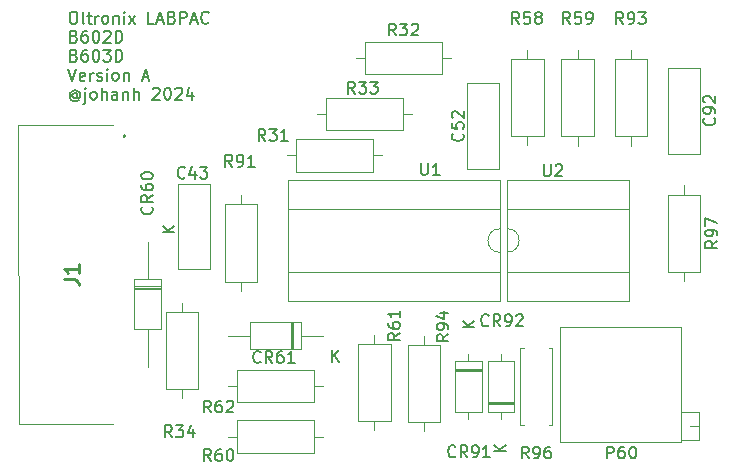
<source format=gto>
G04 #@! TF.GenerationSoftware,KiCad,Pcbnew,8.0.1-1.fc39*
G04 #@! TF.CreationDate,2024-04-14T17:27:16+03:00*
G04 #@! TF.ProjectId,Regulator_PCB_VerA_rev0.1,52656775-6c61-4746-9f72-5f5043425f56,0.1*
G04 #@! TF.SameCoordinates,Original*
G04 #@! TF.FileFunction,Legend,Top*
G04 #@! TF.FilePolarity,Positive*
%FSLAX46Y46*%
G04 Gerber Fmt 4.6, Leading zero omitted, Abs format (unit mm)*
G04 Created by KiCad (PCBNEW 8.0.1-1.fc39) date 2024-04-14 17:27:16*
%MOMM*%
%LPD*%
G01*
G04 APERTURE LIST*
%ADD10C,0.150000*%
%ADD11C,0.254000*%
%ADD12C,0.120000*%
%ADD13C,0.100000*%
%ADD14C,0.200000*%
%ADD15C,1.600000*%
%ADD16O,1.600000X1.600000*%
%ADD17R,1.600000X1.600000*%
%ADD18C,1.440000*%
%ADD19C,1.680000*%
G04 APERTURE END LIST*
D10*
X102727255Y-101330043D02*
X102917731Y-101330043D01*
X102917731Y-101330043D02*
X103012969Y-101377662D01*
X103012969Y-101377662D02*
X103108207Y-101472900D01*
X103108207Y-101472900D02*
X103155826Y-101663376D01*
X103155826Y-101663376D02*
X103155826Y-101996709D01*
X103155826Y-101996709D02*
X103108207Y-102187185D01*
X103108207Y-102187185D02*
X103012969Y-102282424D01*
X103012969Y-102282424D02*
X102917731Y-102330043D01*
X102917731Y-102330043D02*
X102727255Y-102330043D01*
X102727255Y-102330043D02*
X102632017Y-102282424D01*
X102632017Y-102282424D02*
X102536779Y-102187185D01*
X102536779Y-102187185D02*
X102489160Y-101996709D01*
X102489160Y-101996709D02*
X102489160Y-101663376D01*
X102489160Y-101663376D02*
X102536779Y-101472900D01*
X102536779Y-101472900D02*
X102632017Y-101377662D01*
X102632017Y-101377662D02*
X102727255Y-101330043D01*
X103727255Y-102330043D02*
X103632017Y-102282424D01*
X103632017Y-102282424D02*
X103584398Y-102187185D01*
X103584398Y-102187185D02*
X103584398Y-101330043D01*
X103965351Y-101663376D02*
X104346303Y-101663376D01*
X104108208Y-101330043D02*
X104108208Y-102187185D01*
X104108208Y-102187185D02*
X104155827Y-102282424D01*
X104155827Y-102282424D02*
X104251065Y-102330043D01*
X104251065Y-102330043D02*
X104346303Y-102330043D01*
X104679637Y-102330043D02*
X104679637Y-101663376D01*
X104679637Y-101853852D02*
X104727256Y-101758614D01*
X104727256Y-101758614D02*
X104774875Y-101710995D01*
X104774875Y-101710995D02*
X104870113Y-101663376D01*
X104870113Y-101663376D02*
X104965351Y-101663376D01*
X105441542Y-102330043D02*
X105346304Y-102282424D01*
X105346304Y-102282424D02*
X105298685Y-102234804D01*
X105298685Y-102234804D02*
X105251066Y-102139566D01*
X105251066Y-102139566D02*
X105251066Y-101853852D01*
X105251066Y-101853852D02*
X105298685Y-101758614D01*
X105298685Y-101758614D02*
X105346304Y-101710995D01*
X105346304Y-101710995D02*
X105441542Y-101663376D01*
X105441542Y-101663376D02*
X105584399Y-101663376D01*
X105584399Y-101663376D02*
X105679637Y-101710995D01*
X105679637Y-101710995D02*
X105727256Y-101758614D01*
X105727256Y-101758614D02*
X105774875Y-101853852D01*
X105774875Y-101853852D02*
X105774875Y-102139566D01*
X105774875Y-102139566D02*
X105727256Y-102234804D01*
X105727256Y-102234804D02*
X105679637Y-102282424D01*
X105679637Y-102282424D02*
X105584399Y-102330043D01*
X105584399Y-102330043D02*
X105441542Y-102330043D01*
X106203447Y-101663376D02*
X106203447Y-102330043D01*
X106203447Y-101758614D02*
X106251066Y-101710995D01*
X106251066Y-101710995D02*
X106346304Y-101663376D01*
X106346304Y-101663376D02*
X106489161Y-101663376D01*
X106489161Y-101663376D02*
X106584399Y-101710995D01*
X106584399Y-101710995D02*
X106632018Y-101806233D01*
X106632018Y-101806233D02*
X106632018Y-102330043D01*
X107108209Y-102330043D02*
X107108209Y-101663376D01*
X107108209Y-101330043D02*
X107060590Y-101377662D01*
X107060590Y-101377662D02*
X107108209Y-101425281D01*
X107108209Y-101425281D02*
X107155828Y-101377662D01*
X107155828Y-101377662D02*
X107108209Y-101330043D01*
X107108209Y-101330043D02*
X107108209Y-101425281D01*
X107489161Y-102330043D02*
X108012970Y-101663376D01*
X107489161Y-101663376D02*
X108012970Y-102330043D01*
X109632018Y-102330043D02*
X109155828Y-102330043D01*
X109155828Y-102330043D02*
X109155828Y-101330043D01*
X109917733Y-102044328D02*
X110393923Y-102044328D01*
X109822495Y-102330043D02*
X110155828Y-101330043D01*
X110155828Y-101330043D02*
X110489161Y-102330043D01*
X111155828Y-101806233D02*
X111298685Y-101853852D01*
X111298685Y-101853852D02*
X111346304Y-101901471D01*
X111346304Y-101901471D02*
X111393923Y-101996709D01*
X111393923Y-101996709D02*
X111393923Y-102139566D01*
X111393923Y-102139566D02*
X111346304Y-102234804D01*
X111346304Y-102234804D02*
X111298685Y-102282424D01*
X111298685Y-102282424D02*
X111203447Y-102330043D01*
X111203447Y-102330043D02*
X110822495Y-102330043D01*
X110822495Y-102330043D02*
X110822495Y-101330043D01*
X110822495Y-101330043D02*
X111155828Y-101330043D01*
X111155828Y-101330043D02*
X111251066Y-101377662D01*
X111251066Y-101377662D02*
X111298685Y-101425281D01*
X111298685Y-101425281D02*
X111346304Y-101520519D01*
X111346304Y-101520519D02*
X111346304Y-101615757D01*
X111346304Y-101615757D02*
X111298685Y-101710995D01*
X111298685Y-101710995D02*
X111251066Y-101758614D01*
X111251066Y-101758614D02*
X111155828Y-101806233D01*
X111155828Y-101806233D02*
X110822495Y-101806233D01*
X111822495Y-102330043D02*
X111822495Y-101330043D01*
X111822495Y-101330043D02*
X112203447Y-101330043D01*
X112203447Y-101330043D02*
X112298685Y-101377662D01*
X112298685Y-101377662D02*
X112346304Y-101425281D01*
X112346304Y-101425281D02*
X112393923Y-101520519D01*
X112393923Y-101520519D02*
X112393923Y-101663376D01*
X112393923Y-101663376D02*
X112346304Y-101758614D01*
X112346304Y-101758614D02*
X112298685Y-101806233D01*
X112298685Y-101806233D02*
X112203447Y-101853852D01*
X112203447Y-101853852D02*
X111822495Y-101853852D01*
X112774876Y-102044328D02*
X113251066Y-102044328D01*
X112679638Y-102330043D02*
X113012971Y-101330043D01*
X113012971Y-101330043D02*
X113346304Y-102330043D01*
X114251066Y-102234804D02*
X114203447Y-102282424D01*
X114203447Y-102282424D02*
X114060590Y-102330043D01*
X114060590Y-102330043D02*
X113965352Y-102330043D01*
X113965352Y-102330043D02*
X113822495Y-102282424D01*
X113822495Y-102282424D02*
X113727257Y-102187185D01*
X113727257Y-102187185D02*
X113679638Y-102091947D01*
X113679638Y-102091947D02*
X113632019Y-101901471D01*
X113632019Y-101901471D02*
X113632019Y-101758614D01*
X113632019Y-101758614D02*
X113679638Y-101568138D01*
X113679638Y-101568138D02*
X113727257Y-101472900D01*
X113727257Y-101472900D02*
X113822495Y-101377662D01*
X113822495Y-101377662D02*
X113965352Y-101330043D01*
X113965352Y-101330043D02*
X114060590Y-101330043D01*
X114060590Y-101330043D02*
X114203447Y-101377662D01*
X114203447Y-101377662D02*
X114251066Y-101425281D01*
X102870112Y-103416177D02*
X103012969Y-103463796D01*
X103012969Y-103463796D02*
X103060588Y-103511415D01*
X103060588Y-103511415D02*
X103108207Y-103606653D01*
X103108207Y-103606653D02*
X103108207Y-103749510D01*
X103108207Y-103749510D02*
X103060588Y-103844748D01*
X103060588Y-103844748D02*
X103012969Y-103892368D01*
X103012969Y-103892368D02*
X102917731Y-103939987D01*
X102917731Y-103939987D02*
X102536779Y-103939987D01*
X102536779Y-103939987D02*
X102536779Y-102939987D01*
X102536779Y-102939987D02*
X102870112Y-102939987D01*
X102870112Y-102939987D02*
X102965350Y-102987606D01*
X102965350Y-102987606D02*
X103012969Y-103035225D01*
X103012969Y-103035225D02*
X103060588Y-103130463D01*
X103060588Y-103130463D02*
X103060588Y-103225701D01*
X103060588Y-103225701D02*
X103012969Y-103320939D01*
X103012969Y-103320939D02*
X102965350Y-103368558D01*
X102965350Y-103368558D02*
X102870112Y-103416177D01*
X102870112Y-103416177D02*
X102536779Y-103416177D01*
X103965350Y-102939987D02*
X103774874Y-102939987D01*
X103774874Y-102939987D02*
X103679636Y-102987606D01*
X103679636Y-102987606D02*
X103632017Y-103035225D01*
X103632017Y-103035225D02*
X103536779Y-103178082D01*
X103536779Y-103178082D02*
X103489160Y-103368558D01*
X103489160Y-103368558D02*
X103489160Y-103749510D01*
X103489160Y-103749510D02*
X103536779Y-103844748D01*
X103536779Y-103844748D02*
X103584398Y-103892368D01*
X103584398Y-103892368D02*
X103679636Y-103939987D01*
X103679636Y-103939987D02*
X103870112Y-103939987D01*
X103870112Y-103939987D02*
X103965350Y-103892368D01*
X103965350Y-103892368D02*
X104012969Y-103844748D01*
X104012969Y-103844748D02*
X104060588Y-103749510D01*
X104060588Y-103749510D02*
X104060588Y-103511415D01*
X104060588Y-103511415D02*
X104012969Y-103416177D01*
X104012969Y-103416177D02*
X103965350Y-103368558D01*
X103965350Y-103368558D02*
X103870112Y-103320939D01*
X103870112Y-103320939D02*
X103679636Y-103320939D01*
X103679636Y-103320939D02*
X103584398Y-103368558D01*
X103584398Y-103368558D02*
X103536779Y-103416177D01*
X103536779Y-103416177D02*
X103489160Y-103511415D01*
X104679636Y-102939987D02*
X104774874Y-102939987D01*
X104774874Y-102939987D02*
X104870112Y-102987606D01*
X104870112Y-102987606D02*
X104917731Y-103035225D01*
X104917731Y-103035225D02*
X104965350Y-103130463D01*
X104965350Y-103130463D02*
X105012969Y-103320939D01*
X105012969Y-103320939D02*
X105012969Y-103559034D01*
X105012969Y-103559034D02*
X104965350Y-103749510D01*
X104965350Y-103749510D02*
X104917731Y-103844748D01*
X104917731Y-103844748D02*
X104870112Y-103892368D01*
X104870112Y-103892368D02*
X104774874Y-103939987D01*
X104774874Y-103939987D02*
X104679636Y-103939987D01*
X104679636Y-103939987D02*
X104584398Y-103892368D01*
X104584398Y-103892368D02*
X104536779Y-103844748D01*
X104536779Y-103844748D02*
X104489160Y-103749510D01*
X104489160Y-103749510D02*
X104441541Y-103559034D01*
X104441541Y-103559034D02*
X104441541Y-103320939D01*
X104441541Y-103320939D02*
X104489160Y-103130463D01*
X104489160Y-103130463D02*
X104536779Y-103035225D01*
X104536779Y-103035225D02*
X104584398Y-102987606D01*
X104584398Y-102987606D02*
X104679636Y-102939987D01*
X105393922Y-103035225D02*
X105441541Y-102987606D01*
X105441541Y-102987606D02*
X105536779Y-102939987D01*
X105536779Y-102939987D02*
X105774874Y-102939987D01*
X105774874Y-102939987D02*
X105870112Y-102987606D01*
X105870112Y-102987606D02*
X105917731Y-103035225D01*
X105917731Y-103035225D02*
X105965350Y-103130463D01*
X105965350Y-103130463D02*
X105965350Y-103225701D01*
X105965350Y-103225701D02*
X105917731Y-103368558D01*
X105917731Y-103368558D02*
X105346303Y-103939987D01*
X105346303Y-103939987D02*
X105965350Y-103939987D01*
X106393922Y-103939987D02*
X106393922Y-102939987D01*
X106393922Y-102939987D02*
X106632017Y-102939987D01*
X106632017Y-102939987D02*
X106774874Y-102987606D01*
X106774874Y-102987606D02*
X106870112Y-103082844D01*
X106870112Y-103082844D02*
X106917731Y-103178082D01*
X106917731Y-103178082D02*
X106965350Y-103368558D01*
X106965350Y-103368558D02*
X106965350Y-103511415D01*
X106965350Y-103511415D02*
X106917731Y-103701891D01*
X106917731Y-103701891D02*
X106870112Y-103797129D01*
X106870112Y-103797129D02*
X106774874Y-103892368D01*
X106774874Y-103892368D02*
X106632017Y-103939987D01*
X106632017Y-103939987D02*
X106393922Y-103939987D01*
X102870112Y-105026121D02*
X103012969Y-105073740D01*
X103012969Y-105073740D02*
X103060588Y-105121359D01*
X103060588Y-105121359D02*
X103108207Y-105216597D01*
X103108207Y-105216597D02*
X103108207Y-105359454D01*
X103108207Y-105359454D02*
X103060588Y-105454692D01*
X103060588Y-105454692D02*
X103012969Y-105502312D01*
X103012969Y-105502312D02*
X102917731Y-105549931D01*
X102917731Y-105549931D02*
X102536779Y-105549931D01*
X102536779Y-105549931D02*
X102536779Y-104549931D01*
X102536779Y-104549931D02*
X102870112Y-104549931D01*
X102870112Y-104549931D02*
X102965350Y-104597550D01*
X102965350Y-104597550D02*
X103012969Y-104645169D01*
X103012969Y-104645169D02*
X103060588Y-104740407D01*
X103060588Y-104740407D02*
X103060588Y-104835645D01*
X103060588Y-104835645D02*
X103012969Y-104930883D01*
X103012969Y-104930883D02*
X102965350Y-104978502D01*
X102965350Y-104978502D02*
X102870112Y-105026121D01*
X102870112Y-105026121D02*
X102536779Y-105026121D01*
X103965350Y-104549931D02*
X103774874Y-104549931D01*
X103774874Y-104549931D02*
X103679636Y-104597550D01*
X103679636Y-104597550D02*
X103632017Y-104645169D01*
X103632017Y-104645169D02*
X103536779Y-104788026D01*
X103536779Y-104788026D02*
X103489160Y-104978502D01*
X103489160Y-104978502D02*
X103489160Y-105359454D01*
X103489160Y-105359454D02*
X103536779Y-105454692D01*
X103536779Y-105454692D02*
X103584398Y-105502312D01*
X103584398Y-105502312D02*
X103679636Y-105549931D01*
X103679636Y-105549931D02*
X103870112Y-105549931D01*
X103870112Y-105549931D02*
X103965350Y-105502312D01*
X103965350Y-105502312D02*
X104012969Y-105454692D01*
X104012969Y-105454692D02*
X104060588Y-105359454D01*
X104060588Y-105359454D02*
X104060588Y-105121359D01*
X104060588Y-105121359D02*
X104012969Y-105026121D01*
X104012969Y-105026121D02*
X103965350Y-104978502D01*
X103965350Y-104978502D02*
X103870112Y-104930883D01*
X103870112Y-104930883D02*
X103679636Y-104930883D01*
X103679636Y-104930883D02*
X103584398Y-104978502D01*
X103584398Y-104978502D02*
X103536779Y-105026121D01*
X103536779Y-105026121D02*
X103489160Y-105121359D01*
X104679636Y-104549931D02*
X104774874Y-104549931D01*
X104774874Y-104549931D02*
X104870112Y-104597550D01*
X104870112Y-104597550D02*
X104917731Y-104645169D01*
X104917731Y-104645169D02*
X104965350Y-104740407D01*
X104965350Y-104740407D02*
X105012969Y-104930883D01*
X105012969Y-104930883D02*
X105012969Y-105168978D01*
X105012969Y-105168978D02*
X104965350Y-105359454D01*
X104965350Y-105359454D02*
X104917731Y-105454692D01*
X104917731Y-105454692D02*
X104870112Y-105502312D01*
X104870112Y-105502312D02*
X104774874Y-105549931D01*
X104774874Y-105549931D02*
X104679636Y-105549931D01*
X104679636Y-105549931D02*
X104584398Y-105502312D01*
X104584398Y-105502312D02*
X104536779Y-105454692D01*
X104536779Y-105454692D02*
X104489160Y-105359454D01*
X104489160Y-105359454D02*
X104441541Y-105168978D01*
X104441541Y-105168978D02*
X104441541Y-104930883D01*
X104441541Y-104930883D02*
X104489160Y-104740407D01*
X104489160Y-104740407D02*
X104536779Y-104645169D01*
X104536779Y-104645169D02*
X104584398Y-104597550D01*
X104584398Y-104597550D02*
X104679636Y-104549931D01*
X105346303Y-104549931D02*
X105965350Y-104549931D01*
X105965350Y-104549931D02*
X105632017Y-104930883D01*
X105632017Y-104930883D02*
X105774874Y-104930883D01*
X105774874Y-104930883D02*
X105870112Y-104978502D01*
X105870112Y-104978502D02*
X105917731Y-105026121D01*
X105917731Y-105026121D02*
X105965350Y-105121359D01*
X105965350Y-105121359D02*
X105965350Y-105359454D01*
X105965350Y-105359454D02*
X105917731Y-105454692D01*
X105917731Y-105454692D02*
X105870112Y-105502312D01*
X105870112Y-105502312D02*
X105774874Y-105549931D01*
X105774874Y-105549931D02*
X105489160Y-105549931D01*
X105489160Y-105549931D02*
X105393922Y-105502312D01*
X105393922Y-105502312D02*
X105346303Y-105454692D01*
X106393922Y-105549931D02*
X106393922Y-104549931D01*
X106393922Y-104549931D02*
X106632017Y-104549931D01*
X106632017Y-104549931D02*
X106774874Y-104597550D01*
X106774874Y-104597550D02*
X106870112Y-104692788D01*
X106870112Y-104692788D02*
X106917731Y-104788026D01*
X106917731Y-104788026D02*
X106965350Y-104978502D01*
X106965350Y-104978502D02*
X106965350Y-105121359D01*
X106965350Y-105121359D02*
X106917731Y-105311835D01*
X106917731Y-105311835D02*
X106870112Y-105407073D01*
X106870112Y-105407073D02*
X106774874Y-105502312D01*
X106774874Y-105502312D02*
X106632017Y-105549931D01*
X106632017Y-105549931D02*
X106393922Y-105549931D01*
X102393922Y-106159875D02*
X102727255Y-107159875D01*
X102727255Y-107159875D02*
X103060588Y-106159875D01*
X103774874Y-107112256D02*
X103679636Y-107159875D01*
X103679636Y-107159875D02*
X103489160Y-107159875D01*
X103489160Y-107159875D02*
X103393922Y-107112256D01*
X103393922Y-107112256D02*
X103346303Y-107017017D01*
X103346303Y-107017017D02*
X103346303Y-106636065D01*
X103346303Y-106636065D02*
X103393922Y-106540827D01*
X103393922Y-106540827D02*
X103489160Y-106493208D01*
X103489160Y-106493208D02*
X103679636Y-106493208D01*
X103679636Y-106493208D02*
X103774874Y-106540827D01*
X103774874Y-106540827D02*
X103822493Y-106636065D01*
X103822493Y-106636065D02*
X103822493Y-106731303D01*
X103822493Y-106731303D02*
X103346303Y-106826541D01*
X104251065Y-107159875D02*
X104251065Y-106493208D01*
X104251065Y-106683684D02*
X104298684Y-106588446D01*
X104298684Y-106588446D02*
X104346303Y-106540827D01*
X104346303Y-106540827D02*
X104441541Y-106493208D01*
X104441541Y-106493208D02*
X104536779Y-106493208D01*
X104822494Y-107112256D02*
X104917732Y-107159875D01*
X104917732Y-107159875D02*
X105108208Y-107159875D01*
X105108208Y-107159875D02*
X105203446Y-107112256D01*
X105203446Y-107112256D02*
X105251065Y-107017017D01*
X105251065Y-107017017D02*
X105251065Y-106969398D01*
X105251065Y-106969398D02*
X105203446Y-106874160D01*
X105203446Y-106874160D02*
X105108208Y-106826541D01*
X105108208Y-106826541D02*
X104965351Y-106826541D01*
X104965351Y-106826541D02*
X104870113Y-106778922D01*
X104870113Y-106778922D02*
X104822494Y-106683684D01*
X104822494Y-106683684D02*
X104822494Y-106636065D01*
X104822494Y-106636065D02*
X104870113Y-106540827D01*
X104870113Y-106540827D02*
X104965351Y-106493208D01*
X104965351Y-106493208D02*
X105108208Y-106493208D01*
X105108208Y-106493208D02*
X105203446Y-106540827D01*
X105679637Y-107159875D02*
X105679637Y-106493208D01*
X105679637Y-106159875D02*
X105632018Y-106207494D01*
X105632018Y-106207494D02*
X105679637Y-106255113D01*
X105679637Y-106255113D02*
X105727256Y-106207494D01*
X105727256Y-106207494D02*
X105679637Y-106159875D01*
X105679637Y-106159875D02*
X105679637Y-106255113D01*
X106298684Y-107159875D02*
X106203446Y-107112256D01*
X106203446Y-107112256D02*
X106155827Y-107064636D01*
X106155827Y-107064636D02*
X106108208Y-106969398D01*
X106108208Y-106969398D02*
X106108208Y-106683684D01*
X106108208Y-106683684D02*
X106155827Y-106588446D01*
X106155827Y-106588446D02*
X106203446Y-106540827D01*
X106203446Y-106540827D02*
X106298684Y-106493208D01*
X106298684Y-106493208D02*
X106441541Y-106493208D01*
X106441541Y-106493208D02*
X106536779Y-106540827D01*
X106536779Y-106540827D02*
X106584398Y-106588446D01*
X106584398Y-106588446D02*
X106632017Y-106683684D01*
X106632017Y-106683684D02*
X106632017Y-106969398D01*
X106632017Y-106969398D02*
X106584398Y-107064636D01*
X106584398Y-107064636D02*
X106536779Y-107112256D01*
X106536779Y-107112256D02*
X106441541Y-107159875D01*
X106441541Y-107159875D02*
X106298684Y-107159875D01*
X107060589Y-106493208D02*
X107060589Y-107159875D01*
X107060589Y-106588446D02*
X107108208Y-106540827D01*
X107108208Y-106540827D02*
X107203446Y-106493208D01*
X107203446Y-106493208D02*
X107346303Y-106493208D01*
X107346303Y-106493208D02*
X107441541Y-106540827D01*
X107441541Y-106540827D02*
X107489160Y-106636065D01*
X107489160Y-106636065D02*
X107489160Y-107159875D01*
X108679637Y-106874160D02*
X109155827Y-106874160D01*
X108584399Y-107159875D02*
X108917732Y-106159875D01*
X108917732Y-106159875D02*
X109251065Y-107159875D01*
X103155826Y-108293628D02*
X103108207Y-108246009D01*
X103108207Y-108246009D02*
X103012969Y-108198390D01*
X103012969Y-108198390D02*
X102917731Y-108198390D01*
X102917731Y-108198390D02*
X102822493Y-108246009D01*
X102822493Y-108246009D02*
X102774874Y-108293628D01*
X102774874Y-108293628D02*
X102727255Y-108388866D01*
X102727255Y-108388866D02*
X102727255Y-108484104D01*
X102727255Y-108484104D02*
X102774874Y-108579342D01*
X102774874Y-108579342D02*
X102822493Y-108626961D01*
X102822493Y-108626961D02*
X102917731Y-108674580D01*
X102917731Y-108674580D02*
X103012969Y-108674580D01*
X103012969Y-108674580D02*
X103108207Y-108626961D01*
X103108207Y-108626961D02*
X103155826Y-108579342D01*
X103155826Y-108198390D02*
X103155826Y-108579342D01*
X103155826Y-108579342D02*
X103203445Y-108626961D01*
X103203445Y-108626961D02*
X103251064Y-108626961D01*
X103251064Y-108626961D02*
X103346303Y-108579342D01*
X103346303Y-108579342D02*
X103393922Y-108484104D01*
X103393922Y-108484104D02*
X103393922Y-108246009D01*
X103393922Y-108246009D02*
X103298684Y-108103152D01*
X103298684Y-108103152D02*
X103155826Y-108007914D01*
X103155826Y-108007914D02*
X102965350Y-107960295D01*
X102965350Y-107960295D02*
X102774874Y-108007914D01*
X102774874Y-108007914D02*
X102632017Y-108103152D01*
X102632017Y-108103152D02*
X102536779Y-108246009D01*
X102536779Y-108246009D02*
X102489160Y-108436485D01*
X102489160Y-108436485D02*
X102536779Y-108626961D01*
X102536779Y-108626961D02*
X102632017Y-108769819D01*
X102632017Y-108769819D02*
X102774874Y-108865057D01*
X102774874Y-108865057D02*
X102965350Y-108912676D01*
X102965350Y-108912676D02*
X103155826Y-108865057D01*
X103155826Y-108865057D02*
X103298684Y-108769819D01*
X103822493Y-108103152D02*
X103822493Y-108960295D01*
X103822493Y-108960295D02*
X103774874Y-109055533D01*
X103774874Y-109055533D02*
X103679636Y-109103152D01*
X103679636Y-109103152D02*
X103632017Y-109103152D01*
X103822493Y-107769819D02*
X103774874Y-107817438D01*
X103774874Y-107817438D02*
X103822493Y-107865057D01*
X103822493Y-107865057D02*
X103870112Y-107817438D01*
X103870112Y-107817438D02*
X103822493Y-107769819D01*
X103822493Y-107769819D02*
X103822493Y-107865057D01*
X104441540Y-108769819D02*
X104346302Y-108722200D01*
X104346302Y-108722200D02*
X104298683Y-108674580D01*
X104298683Y-108674580D02*
X104251064Y-108579342D01*
X104251064Y-108579342D02*
X104251064Y-108293628D01*
X104251064Y-108293628D02*
X104298683Y-108198390D01*
X104298683Y-108198390D02*
X104346302Y-108150771D01*
X104346302Y-108150771D02*
X104441540Y-108103152D01*
X104441540Y-108103152D02*
X104584397Y-108103152D01*
X104584397Y-108103152D02*
X104679635Y-108150771D01*
X104679635Y-108150771D02*
X104727254Y-108198390D01*
X104727254Y-108198390D02*
X104774873Y-108293628D01*
X104774873Y-108293628D02*
X104774873Y-108579342D01*
X104774873Y-108579342D02*
X104727254Y-108674580D01*
X104727254Y-108674580D02*
X104679635Y-108722200D01*
X104679635Y-108722200D02*
X104584397Y-108769819D01*
X104584397Y-108769819D02*
X104441540Y-108769819D01*
X105203445Y-108769819D02*
X105203445Y-107769819D01*
X105632016Y-108769819D02*
X105632016Y-108246009D01*
X105632016Y-108246009D02*
X105584397Y-108150771D01*
X105584397Y-108150771D02*
X105489159Y-108103152D01*
X105489159Y-108103152D02*
X105346302Y-108103152D01*
X105346302Y-108103152D02*
X105251064Y-108150771D01*
X105251064Y-108150771D02*
X105203445Y-108198390D01*
X106536778Y-108769819D02*
X106536778Y-108246009D01*
X106536778Y-108246009D02*
X106489159Y-108150771D01*
X106489159Y-108150771D02*
X106393921Y-108103152D01*
X106393921Y-108103152D02*
X106203445Y-108103152D01*
X106203445Y-108103152D02*
X106108207Y-108150771D01*
X106536778Y-108722200D02*
X106441540Y-108769819D01*
X106441540Y-108769819D02*
X106203445Y-108769819D01*
X106203445Y-108769819D02*
X106108207Y-108722200D01*
X106108207Y-108722200D02*
X106060588Y-108626961D01*
X106060588Y-108626961D02*
X106060588Y-108531723D01*
X106060588Y-108531723D02*
X106108207Y-108436485D01*
X106108207Y-108436485D02*
X106203445Y-108388866D01*
X106203445Y-108388866D02*
X106441540Y-108388866D01*
X106441540Y-108388866D02*
X106536778Y-108341247D01*
X107012969Y-108103152D02*
X107012969Y-108769819D01*
X107012969Y-108198390D02*
X107060588Y-108150771D01*
X107060588Y-108150771D02*
X107155826Y-108103152D01*
X107155826Y-108103152D02*
X107298683Y-108103152D01*
X107298683Y-108103152D02*
X107393921Y-108150771D01*
X107393921Y-108150771D02*
X107441540Y-108246009D01*
X107441540Y-108246009D02*
X107441540Y-108769819D01*
X107917731Y-108769819D02*
X107917731Y-107769819D01*
X108346302Y-108769819D02*
X108346302Y-108246009D01*
X108346302Y-108246009D02*
X108298683Y-108150771D01*
X108298683Y-108150771D02*
X108203445Y-108103152D01*
X108203445Y-108103152D02*
X108060588Y-108103152D01*
X108060588Y-108103152D02*
X107965350Y-108150771D01*
X107965350Y-108150771D02*
X107917731Y-108198390D01*
X109536779Y-107865057D02*
X109584398Y-107817438D01*
X109584398Y-107817438D02*
X109679636Y-107769819D01*
X109679636Y-107769819D02*
X109917731Y-107769819D01*
X109917731Y-107769819D02*
X110012969Y-107817438D01*
X110012969Y-107817438D02*
X110060588Y-107865057D01*
X110060588Y-107865057D02*
X110108207Y-107960295D01*
X110108207Y-107960295D02*
X110108207Y-108055533D01*
X110108207Y-108055533D02*
X110060588Y-108198390D01*
X110060588Y-108198390D02*
X109489160Y-108769819D01*
X109489160Y-108769819D02*
X110108207Y-108769819D01*
X110727255Y-107769819D02*
X110822493Y-107769819D01*
X110822493Y-107769819D02*
X110917731Y-107817438D01*
X110917731Y-107817438D02*
X110965350Y-107865057D01*
X110965350Y-107865057D02*
X111012969Y-107960295D01*
X111012969Y-107960295D02*
X111060588Y-108150771D01*
X111060588Y-108150771D02*
X111060588Y-108388866D01*
X111060588Y-108388866D02*
X111012969Y-108579342D01*
X111012969Y-108579342D02*
X110965350Y-108674580D01*
X110965350Y-108674580D02*
X110917731Y-108722200D01*
X110917731Y-108722200D02*
X110822493Y-108769819D01*
X110822493Y-108769819D02*
X110727255Y-108769819D01*
X110727255Y-108769819D02*
X110632017Y-108722200D01*
X110632017Y-108722200D02*
X110584398Y-108674580D01*
X110584398Y-108674580D02*
X110536779Y-108579342D01*
X110536779Y-108579342D02*
X110489160Y-108388866D01*
X110489160Y-108388866D02*
X110489160Y-108150771D01*
X110489160Y-108150771D02*
X110536779Y-107960295D01*
X110536779Y-107960295D02*
X110584398Y-107865057D01*
X110584398Y-107865057D02*
X110632017Y-107817438D01*
X110632017Y-107817438D02*
X110727255Y-107769819D01*
X111441541Y-107865057D02*
X111489160Y-107817438D01*
X111489160Y-107817438D02*
X111584398Y-107769819D01*
X111584398Y-107769819D02*
X111822493Y-107769819D01*
X111822493Y-107769819D02*
X111917731Y-107817438D01*
X111917731Y-107817438D02*
X111965350Y-107865057D01*
X111965350Y-107865057D02*
X112012969Y-107960295D01*
X112012969Y-107960295D02*
X112012969Y-108055533D01*
X112012969Y-108055533D02*
X111965350Y-108198390D01*
X111965350Y-108198390D02*
X111393922Y-108769819D01*
X111393922Y-108769819D02*
X112012969Y-108769819D01*
X112870112Y-108103152D02*
X112870112Y-108769819D01*
X112632017Y-107722200D02*
X112393922Y-108436485D01*
X112393922Y-108436485D02*
X113012969Y-108436485D01*
X116257142Y-114454819D02*
X115923809Y-113978628D01*
X115685714Y-114454819D02*
X115685714Y-113454819D01*
X115685714Y-113454819D02*
X116066666Y-113454819D01*
X116066666Y-113454819D02*
X116161904Y-113502438D01*
X116161904Y-113502438D02*
X116209523Y-113550057D01*
X116209523Y-113550057D02*
X116257142Y-113645295D01*
X116257142Y-113645295D02*
X116257142Y-113788152D01*
X116257142Y-113788152D02*
X116209523Y-113883390D01*
X116209523Y-113883390D02*
X116161904Y-113931009D01*
X116161904Y-113931009D02*
X116066666Y-113978628D01*
X116066666Y-113978628D02*
X115685714Y-113978628D01*
X116733333Y-114454819D02*
X116923809Y-114454819D01*
X116923809Y-114454819D02*
X117019047Y-114407200D01*
X117019047Y-114407200D02*
X117066666Y-114359580D01*
X117066666Y-114359580D02*
X117161904Y-114216723D01*
X117161904Y-114216723D02*
X117209523Y-114026247D01*
X117209523Y-114026247D02*
X117209523Y-113645295D01*
X117209523Y-113645295D02*
X117161904Y-113550057D01*
X117161904Y-113550057D02*
X117114285Y-113502438D01*
X117114285Y-113502438D02*
X117019047Y-113454819D01*
X117019047Y-113454819D02*
X116828571Y-113454819D01*
X116828571Y-113454819D02*
X116733333Y-113502438D01*
X116733333Y-113502438D02*
X116685714Y-113550057D01*
X116685714Y-113550057D02*
X116638095Y-113645295D01*
X116638095Y-113645295D02*
X116638095Y-113883390D01*
X116638095Y-113883390D02*
X116685714Y-113978628D01*
X116685714Y-113978628D02*
X116733333Y-114026247D01*
X116733333Y-114026247D02*
X116828571Y-114073866D01*
X116828571Y-114073866D02*
X117019047Y-114073866D01*
X117019047Y-114073866D02*
X117114285Y-114026247D01*
X117114285Y-114026247D02*
X117161904Y-113978628D01*
X117161904Y-113978628D02*
X117209523Y-113883390D01*
X118161904Y-114454819D02*
X117590476Y-114454819D01*
X117876190Y-114454819D02*
X117876190Y-113454819D01*
X117876190Y-113454819D02*
X117780952Y-113597676D01*
X117780952Y-113597676D02*
X117685714Y-113692914D01*
X117685714Y-113692914D02*
X117590476Y-113740533D01*
X132238095Y-114154819D02*
X132238095Y-114964342D01*
X132238095Y-114964342D02*
X132285714Y-115059580D01*
X132285714Y-115059580D02*
X132333333Y-115107200D01*
X132333333Y-115107200D02*
X132428571Y-115154819D01*
X132428571Y-115154819D02*
X132619047Y-115154819D01*
X132619047Y-115154819D02*
X132714285Y-115107200D01*
X132714285Y-115107200D02*
X132761904Y-115059580D01*
X132761904Y-115059580D02*
X132809523Y-114964342D01*
X132809523Y-114964342D02*
X132809523Y-114154819D01*
X133809523Y-115154819D02*
X133238095Y-115154819D01*
X133523809Y-115154819D02*
X133523809Y-114154819D01*
X133523809Y-114154819D02*
X133428571Y-114297676D01*
X133428571Y-114297676D02*
X133333333Y-114392914D01*
X133333333Y-114392914D02*
X133238095Y-114440533D01*
X144857142Y-102354819D02*
X144523809Y-101878628D01*
X144285714Y-102354819D02*
X144285714Y-101354819D01*
X144285714Y-101354819D02*
X144666666Y-101354819D01*
X144666666Y-101354819D02*
X144761904Y-101402438D01*
X144761904Y-101402438D02*
X144809523Y-101450057D01*
X144809523Y-101450057D02*
X144857142Y-101545295D01*
X144857142Y-101545295D02*
X144857142Y-101688152D01*
X144857142Y-101688152D02*
X144809523Y-101783390D01*
X144809523Y-101783390D02*
X144761904Y-101831009D01*
X144761904Y-101831009D02*
X144666666Y-101878628D01*
X144666666Y-101878628D02*
X144285714Y-101878628D01*
X145761904Y-101354819D02*
X145285714Y-101354819D01*
X145285714Y-101354819D02*
X145238095Y-101831009D01*
X145238095Y-101831009D02*
X145285714Y-101783390D01*
X145285714Y-101783390D02*
X145380952Y-101735771D01*
X145380952Y-101735771D02*
X145619047Y-101735771D01*
X145619047Y-101735771D02*
X145714285Y-101783390D01*
X145714285Y-101783390D02*
X145761904Y-101831009D01*
X145761904Y-101831009D02*
X145809523Y-101926247D01*
X145809523Y-101926247D02*
X145809523Y-102164342D01*
X145809523Y-102164342D02*
X145761904Y-102259580D01*
X145761904Y-102259580D02*
X145714285Y-102307200D01*
X145714285Y-102307200D02*
X145619047Y-102354819D01*
X145619047Y-102354819D02*
X145380952Y-102354819D01*
X145380952Y-102354819D02*
X145285714Y-102307200D01*
X145285714Y-102307200D02*
X145238095Y-102259580D01*
X146285714Y-102354819D02*
X146476190Y-102354819D01*
X146476190Y-102354819D02*
X146571428Y-102307200D01*
X146571428Y-102307200D02*
X146619047Y-102259580D01*
X146619047Y-102259580D02*
X146714285Y-102116723D01*
X146714285Y-102116723D02*
X146761904Y-101926247D01*
X146761904Y-101926247D02*
X146761904Y-101545295D01*
X146761904Y-101545295D02*
X146714285Y-101450057D01*
X146714285Y-101450057D02*
X146666666Y-101402438D01*
X146666666Y-101402438D02*
X146571428Y-101354819D01*
X146571428Y-101354819D02*
X146380952Y-101354819D01*
X146380952Y-101354819D02*
X146285714Y-101402438D01*
X146285714Y-101402438D02*
X146238095Y-101450057D01*
X146238095Y-101450057D02*
X146190476Y-101545295D01*
X146190476Y-101545295D02*
X146190476Y-101783390D01*
X146190476Y-101783390D02*
X146238095Y-101878628D01*
X146238095Y-101878628D02*
X146285714Y-101926247D01*
X146285714Y-101926247D02*
X146380952Y-101973866D01*
X146380952Y-101973866D02*
X146571428Y-101973866D01*
X146571428Y-101973866D02*
X146666666Y-101926247D01*
X146666666Y-101926247D02*
X146714285Y-101878628D01*
X146714285Y-101878628D02*
X146761904Y-101783390D01*
X149357142Y-102354819D02*
X149023809Y-101878628D01*
X148785714Y-102354819D02*
X148785714Y-101354819D01*
X148785714Y-101354819D02*
X149166666Y-101354819D01*
X149166666Y-101354819D02*
X149261904Y-101402438D01*
X149261904Y-101402438D02*
X149309523Y-101450057D01*
X149309523Y-101450057D02*
X149357142Y-101545295D01*
X149357142Y-101545295D02*
X149357142Y-101688152D01*
X149357142Y-101688152D02*
X149309523Y-101783390D01*
X149309523Y-101783390D02*
X149261904Y-101831009D01*
X149261904Y-101831009D02*
X149166666Y-101878628D01*
X149166666Y-101878628D02*
X148785714Y-101878628D01*
X149833333Y-102354819D02*
X150023809Y-102354819D01*
X150023809Y-102354819D02*
X150119047Y-102307200D01*
X150119047Y-102307200D02*
X150166666Y-102259580D01*
X150166666Y-102259580D02*
X150261904Y-102116723D01*
X150261904Y-102116723D02*
X150309523Y-101926247D01*
X150309523Y-101926247D02*
X150309523Y-101545295D01*
X150309523Y-101545295D02*
X150261904Y-101450057D01*
X150261904Y-101450057D02*
X150214285Y-101402438D01*
X150214285Y-101402438D02*
X150119047Y-101354819D01*
X150119047Y-101354819D02*
X149928571Y-101354819D01*
X149928571Y-101354819D02*
X149833333Y-101402438D01*
X149833333Y-101402438D02*
X149785714Y-101450057D01*
X149785714Y-101450057D02*
X149738095Y-101545295D01*
X149738095Y-101545295D02*
X149738095Y-101783390D01*
X149738095Y-101783390D02*
X149785714Y-101878628D01*
X149785714Y-101878628D02*
X149833333Y-101926247D01*
X149833333Y-101926247D02*
X149928571Y-101973866D01*
X149928571Y-101973866D02*
X150119047Y-101973866D01*
X150119047Y-101973866D02*
X150214285Y-101926247D01*
X150214285Y-101926247D02*
X150261904Y-101878628D01*
X150261904Y-101878628D02*
X150309523Y-101783390D01*
X150642857Y-101354819D02*
X151261904Y-101354819D01*
X151261904Y-101354819D02*
X150928571Y-101735771D01*
X150928571Y-101735771D02*
X151071428Y-101735771D01*
X151071428Y-101735771D02*
X151166666Y-101783390D01*
X151166666Y-101783390D02*
X151214285Y-101831009D01*
X151214285Y-101831009D02*
X151261904Y-101926247D01*
X151261904Y-101926247D02*
X151261904Y-102164342D01*
X151261904Y-102164342D02*
X151214285Y-102259580D01*
X151214285Y-102259580D02*
X151166666Y-102307200D01*
X151166666Y-102307200D02*
X151071428Y-102354819D01*
X151071428Y-102354819D02*
X150785714Y-102354819D01*
X150785714Y-102354819D02*
X150690476Y-102307200D01*
X150690476Y-102307200D02*
X150642857Y-102259580D01*
X137957142Y-127859580D02*
X137909523Y-127907200D01*
X137909523Y-127907200D02*
X137766666Y-127954819D01*
X137766666Y-127954819D02*
X137671428Y-127954819D01*
X137671428Y-127954819D02*
X137528571Y-127907200D01*
X137528571Y-127907200D02*
X137433333Y-127811961D01*
X137433333Y-127811961D02*
X137385714Y-127716723D01*
X137385714Y-127716723D02*
X137338095Y-127526247D01*
X137338095Y-127526247D02*
X137338095Y-127383390D01*
X137338095Y-127383390D02*
X137385714Y-127192914D01*
X137385714Y-127192914D02*
X137433333Y-127097676D01*
X137433333Y-127097676D02*
X137528571Y-127002438D01*
X137528571Y-127002438D02*
X137671428Y-126954819D01*
X137671428Y-126954819D02*
X137766666Y-126954819D01*
X137766666Y-126954819D02*
X137909523Y-127002438D01*
X137909523Y-127002438D02*
X137957142Y-127050057D01*
X138957142Y-127954819D02*
X138623809Y-127478628D01*
X138385714Y-127954819D02*
X138385714Y-126954819D01*
X138385714Y-126954819D02*
X138766666Y-126954819D01*
X138766666Y-126954819D02*
X138861904Y-127002438D01*
X138861904Y-127002438D02*
X138909523Y-127050057D01*
X138909523Y-127050057D02*
X138957142Y-127145295D01*
X138957142Y-127145295D02*
X138957142Y-127288152D01*
X138957142Y-127288152D02*
X138909523Y-127383390D01*
X138909523Y-127383390D02*
X138861904Y-127431009D01*
X138861904Y-127431009D02*
X138766666Y-127478628D01*
X138766666Y-127478628D02*
X138385714Y-127478628D01*
X139433333Y-127954819D02*
X139623809Y-127954819D01*
X139623809Y-127954819D02*
X139719047Y-127907200D01*
X139719047Y-127907200D02*
X139766666Y-127859580D01*
X139766666Y-127859580D02*
X139861904Y-127716723D01*
X139861904Y-127716723D02*
X139909523Y-127526247D01*
X139909523Y-127526247D02*
X139909523Y-127145295D01*
X139909523Y-127145295D02*
X139861904Y-127050057D01*
X139861904Y-127050057D02*
X139814285Y-127002438D01*
X139814285Y-127002438D02*
X139719047Y-126954819D01*
X139719047Y-126954819D02*
X139528571Y-126954819D01*
X139528571Y-126954819D02*
X139433333Y-127002438D01*
X139433333Y-127002438D02*
X139385714Y-127050057D01*
X139385714Y-127050057D02*
X139338095Y-127145295D01*
X139338095Y-127145295D02*
X139338095Y-127383390D01*
X139338095Y-127383390D02*
X139385714Y-127478628D01*
X139385714Y-127478628D02*
X139433333Y-127526247D01*
X139433333Y-127526247D02*
X139528571Y-127573866D01*
X139528571Y-127573866D02*
X139719047Y-127573866D01*
X139719047Y-127573866D02*
X139814285Y-127526247D01*
X139814285Y-127526247D02*
X139861904Y-127478628D01*
X139861904Y-127478628D02*
X139909523Y-127383390D01*
X140290476Y-127050057D02*
X140338095Y-127002438D01*
X140338095Y-127002438D02*
X140433333Y-126954819D01*
X140433333Y-126954819D02*
X140671428Y-126954819D01*
X140671428Y-126954819D02*
X140766666Y-127002438D01*
X140766666Y-127002438D02*
X140814285Y-127050057D01*
X140814285Y-127050057D02*
X140861904Y-127145295D01*
X140861904Y-127145295D02*
X140861904Y-127240533D01*
X140861904Y-127240533D02*
X140814285Y-127383390D01*
X140814285Y-127383390D02*
X140242857Y-127954819D01*
X140242857Y-127954819D02*
X140861904Y-127954819D01*
X139454819Y-138561904D02*
X138454819Y-138561904D01*
X139454819Y-137990476D02*
X138883390Y-138419047D01*
X138454819Y-137990476D02*
X139026247Y-138561904D01*
X141357142Y-139154819D02*
X141023809Y-138678628D01*
X140785714Y-139154819D02*
X140785714Y-138154819D01*
X140785714Y-138154819D02*
X141166666Y-138154819D01*
X141166666Y-138154819D02*
X141261904Y-138202438D01*
X141261904Y-138202438D02*
X141309523Y-138250057D01*
X141309523Y-138250057D02*
X141357142Y-138345295D01*
X141357142Y-138345295D02*
X141357142Y-138488152D01*
X141357142Y-138488152D02*
X141309523Y-138583390D01*
X141309523Y-138583390D02*
X141261904Y-138631009D01*
X141261904Y-138631009D02*
X141166666Y-138678628D01*
X141166666Y-138678628D02*
X140785714Y-138678628D01*
X141833333Y-139154819D02*
X142023809Y-139154819D01*
X142023809Y-139154819D02*
X142119047Y-139107200D01*
X142119047Y-139107200D02*
X142166666Y-139059580D01*
X142166666Y-139059580D02*
X142261904Y-138916723D01*
X142261904Y-138916723D02*
X142309523Y-138726247D01*
X142309523Y-138726247D02*
X142309523Y-138345295D01*
X142309523Y-138345295D02*
X142261904Y-138250057D01*
X142261904Y-138250057D02*
X142214285Y-138202438D01*
X142214285Y-138202438D02*
X142119047Y-138154819D01*
X142119047Y-138154819D02*
X141928571Y-138154819D01*
X141928571Y-138154819D02*
X141833333Y-138202438D01*
X141833333Y-138202438D02*
X141785714Y-138250057D01*
X141785714Y-138250057D02*
X141738095Y-138345295D01*
X141738095Y-138345295D02*
X141738095Y-138583390D01*
X141738095Y-138583390D02*
X141785714Y-138678628D01*
X141785714Y-138678628D02*
X141833333Y-138726247D01*
X141833333Y-138726247D02*
X141928571Y-138773866D01*
X141928571Y-138773866D02*
X142119047Y-138773866D01*
X142119047Y-138773866D02*
X142214285Y-138726247D01*
X142214285Y-138726247D02*
X142261904Y-138678628D01*
X142261904Y-138678628D02*
X142309523Y-138583390D01*
X143166666Y-138154819D02*
X142976190Y-138154819D01*
X142976190Y-138154819D02*
X142880952Y-138202438D01*
X142880952Y-138202438D02*
X142833333Y-138250057D01*
X142833333Y-138250057D02*
X142738095Y-138392914D01*
X142738095Y-138392914D02*
X142690476Y-138583390D01*
X142690476Y-138583390D02*
X142690476Y-138964342D01*
X142690476Y-138964342D02*
X142738095Y-139059580D01*
X142738095Y-139059580D02*
X142785714Y-139107200D01*
X142785714Y-139107200D02*
X142880952Y-139154819D01*
X142880952Y-139154819D02*
X143071428Y-139154819D01*
X143071428Y-139154819D02*
X143166666Y-139107200D01*
X143166666Y-139107200D02*
X143214285Y-139059580D01*
X143214285Y-139059580D02*
X143261904Y-138964342D01*
X143261904Y-138964342D02*
X143261904Y-138726247D01*
X143261904Y-138726247D02*
X143214285Y-138631009D01*
X143214285Y-138631009D02*
X143166666Y-138583390D01*
X143166666Y-138583390D02*
X143071428Y-138535771D01*
X143071428Y-138535771D02*
X142880952Y-138535771D01*
X142880952Y-138535771D02*
X142785714Y-138583390D01*
X142785714Y-138583390D02*
X142738095Y-138631009D01*
X142738095Y-138631009D02*
X142690476Y-138726247D01*
X114457142Y-135254819D02*
X114123809Y-134778628D01*
X113885714Y-135254819D02*
X113885714Y-134254819D01*
X113885714Y-134254819D02*
X114266666Y-134254819D01*
X114266666Y-134254819D02*
X114361904Y-134302438D01*
X114361904Y-134302438D02*
X114409523Y-134350057D01*
X114409523Y-134350057D02*
X114457142Y-134445295D01*
X114457142Y-134445295D02*
X114457142Y-134588152D01*
X114457142Y-134588152D02*
X114409523Y-134683390D01*
X114409523Y-134683390D02*
X114361904Y-134731009D01*
X114361904Y-134731009D02*
X114266666Y-134778628D01*
X114266666Y-134778628D02*
X113885714Y-134778628D01*
X115314285Y-134254819D02*
X115123809Y-134254819D01*
X115123809Y-134254819D02*
X115028571Y-134302438D01*
X115028571Y-134302438D02*
X114980952Y-134350057D01*
X114980952Y-134350057D02*
X114885714Y-134492914D01*
X114885714Y-134492914D02*
X114838095Y-134683390D01*
X114838095Y-134683390D02*
X114838095Y-135064342D01*
X114838095Y-135064342D02*
X114885714Y-135159580D01*
X114885714Y-135159580D02*
X114933333Y-135207200D01*
X114933333Y-135207200D02*
X115028571Y-135254819D01*
X115028571Y-135254819D02*
X115219047Y-135254819D01*
X115219047Y-135254819D02*
X115314285Y-135207200D01*
X115314285Y-135207200D02*
X115361904Y-135159580D01*
X115361904Y-135159580D02*
X115409523Y-135064342D01*
X115409523Y-135064342D02*
X115409523Y-134826247D01*
X115409523Y-134826247D02*
X115361904Y-134731009D01*
X115361904Y-134731009D02*
X115314285Y-134683390D01*
X115314285Y-134683390D02*
X115219047Y-134635771D01*
X115219047Y-134635771D02*
X115028571Y-134635771D01*
X115028571Y-134635771D02*
X114933333Y-134683390D01*
X114933333Y-134683390D02*
X114885714Y-134731009D01*
X114885714Y-134731009D02*
X114838095Y-134826247D01*
X115790476Y-134350057D02*
X115838095Y-134302438D01*
X115838095Y-134302438D02*
X115933333Y-134254819D01*
X115933333Y-134254819D02*
X116171428Y-134254819D01*
X116171428Y-134254819D02*
X116266666Y-134302438D01*
X116266666Y-134302438D02*
X116314285Y-134350057D01*
X116314285Y-134350057D02*
X116361904Y-134445295D01*
X116361904Y-134445295D02*
X116361904Y-134540533D01*
X116361904Y-134540533D02*
X116314285Y-134683390D01*
X116314285Y-134683390D02*
X115742857Y-135254819D01*
X115742857Y-135254819D02*
X116361904Y-135254819D01*
X130107142Y-103334819D02*
X129773809Y-102858628D01*
X129535714Y-103334819D02*
X129535714Y-102334819D01*
X129535714Y-102334819D02*
X129916666Y-102334819D01*
X129916666Y-102334819D02*
X130011904Y-102382438D01*
X130011904Y-102382438D02*
X130059523Y-102430057D01*
X130059523Y-102430057D02*
X130107142Y-102525295D01*
X130107142Y-102525295D02*
X130107142Y-102668152D01*
X130107142Y-102668152D02*
X130059523Y-102763390D01*
X130059523Y-102763390D02*
X130011904Y-102811009D01*
X130011904Y-102811009D02*
X129916666Y-102858628D01*
X129916666Y-102858628D02*
X129535714Y-102858628D01*
X130440476Y-102334819D02*
X131059523Y-102334819D01*
X131059523Y-102334819D02*
X130726190Y-102715771D01*
X130726190Y-102715771D02*
X130869047Y-102715771D01*
X130869047Y-102715771D02*
X130964285Y-102763390D01*
X130964285Y-102763390D02*
X131011904Y-102811009D01*
X131011904Y-102811009D02*
X131059523Y-102906247D01*
X131059523Y-102906247D02*
X131059523Y-103144342D01*
X131059523Y-103144342D02*
X131011904Y-103239580D01*
X131011904Y-103239580D02*
X130964285Y-103287200D01*
X130964285Y-103287200D02*
X130869047Y-103334819D01*
X130869047Y-103334819D02*
X130583333Y-103334819D01*
X130583333Y-103334819D02*
X130488095Y-103287200D01*
X130488095Y-103287200D02*
X130440476Y-103239580D01*
X131440476Y-102430057D02*
X131488095Y-102382438D01*
X131488095Y-102382438D02*
X131583333Y-102334819D01*
X131583333Y-102334819D02*
X131821428Y-102334819D01*
X131821428Y-102334819D02*
X131916666Y-102382438D01*
X131916666Y-102382438D02*
X131964285Y-102430057D01*
X131964285Y-102430057D02*
X132011904Y-102525295D01*
X132011904Y-102525295D02*
X132011904Y-102620533D01*
X132011904Y-102620533D02*
X131964285Y-102763390D01*
X131964285Y-102763390D02*
X131392857Y-103334819D01*
X131392857Y-103334819D02*
X132011904Y-103334819D01*
X111157142Y-137354819D02*
X110823809Y-136878628D01*
X110585714Y-137354819D02*
X110585714Y-136354819D01*
X110585714Y-136354819D02*
X110966666Y-136354819D01*
X110966666Y-136354819D02*
X111061904Y-136402438D01*
X111061904Y-136402438D02*
X111109523Y-136450057D01*
X111109523Y-136450057D02*
X111157142Y-136545295D01*
X111157142Y-136545295D02*
X111157142Y-136688152D01*
X111157142Y-136688152D02*
X111109523Y-136783390D01*
X111109523Y-136783390D02*
X111061904Y-136831009D01*
X111061904Y-136831009D02*
X110966666Y-136878628D01*
X110966666Y-136878628D02*
X110585714Y-136878628D01*
X111490476Y-136354819D02*
X112109523Y-136354819D01*
X112109523Y-136354819D02*
X111776190Y-136735771D01*
X111776190Y-136735771D02*
X111919047Y-136735771D01*
X111919047Y-136735771D02*
X112014285Y-136783390D01*
X112014285Y-136783390D02*
X112061904Y-136831009D01*
X112061904Y-136831009D02*
X112109523Y-136926247D01*
X112109523Y-136926247D02*
X112109523Y-137164342D01*
X112109523Y-137164342D02*
X112061904Y-137259580D01*
X112061904Y-137259580D02*
X112014285Y-137307200D01*
X112014285Y-137307200D02*
X111919047Y-137354819D01*
X111919047Y-137354819D02*
X111633333Y-137354819D01*
X111633333Y-137354819D02*
X111538095Y-137307200D01*
X111538095Y-137307200D02*
X111490476Y-137259580D01*
X112966666Y-136688152D02*
X112966666Y-137354819D01*
X112728571Y-136307200D02*
X112490476Y-137021485D01*
X112490476Y-137021485D02*
X113109523Y-137021485D01*
X118657142Y-130959580D02*
X118609523Y-131007200D01*
X118609523Y-131007200D02*
X118466666Y-131054819D01*
X118466666Y-131054819D02*
X118371428Y-131054819D01*
X118371428Y-131054819D02*
X118228571Y-131007200D01*
X118228571Y-131007200D02*
X118133333Y-130911961D01*
X118133333Y-130911961D02*
X118085714Y-130816723D01*
X118085714Y-130816723D02*
X118038095Y-130626247D01*
X118038095Y-130626247D02*
X118038095Y-130483390D01*
X118038095Y-130483390D02*
X118085714Y-130292914D01*
X118085714Y-130292914D02*
X118133333Y-130197676D01*
X118133333Y-130197676D02*
X118228571Y-130102438D01*
X118228571Y-130102438D02*
X118371428Y-130054819D01*
X118371428Y-130054819D02*
X118466666Y-130054819D01*
X118466666Y-130054819D02*
X118609523Y-130102438D01*
X118609523Y-130102438D02*
X118657142Y-130150057D01*
X119657142Y-131054819D02*
X119323809Y-130578628D01*
X119085714Y-131054819D02*
X119085714Y-130054819D01*
X119085714Y-130054819D02*
X119466666Y-130054819D01*
X119466666Y-130054819D02*
X119561904Y-130102438D01*
X119561904Y-130102438D02*
X119609523Y-130150057D01*
X119609523Y-130150057D02*
X119657142Y-130245295D01*
X119657142Y-130245295D02*
X119657142Y-130388152D01*
X119657142Y-130388152D02*
X119609523Y-130483390D01*
X119609523Y-130483390D02*
X119561904Y-130531009D01*
X119561904Y-130531009D02*
X119466666Y-130578628D01*
X119466666Y-130578628D02*
X119085714Y-130578628D01*
X120514285Y-130054819D02*
X120323809Y-130054819D01*
X120323809Y-130054819D02*
X120228571Y-130102438D01*
X120228571Y-130102438D02*
X120180952Y-130150057D01*
X120180952Y-130150057D02*
X120085714Y-130292914D01*
X120085714Y-130292914D02*
X120038095Y-130483390D01*
X120038095Y-130483390D02*
X120038095Y-130864342D01*
X120038095Y-130864342D02*
X120085714Y-130959580D01*
X120085714Y-130959580D02*
X120133333Y-131007200D01*
X120133333Y-131007200D02*
X120228571Y-131054819D01*
X120228571Y-131054819D02*
X120419047Y-131054819D01*
X120419047Y-131054819D02*
X120514285Y-131007200D01*
X120514285Y-131007200D02*
X120561904Y-130959580D01*
X120561904Y-130959580D02*
X120609523Y-130864342D01*
X120609523Y-130864342D02*
X120609523Y-130626247D01*
X120609523Y-130626247D02*
X120561904Y-130531009D01*
X120561904Y-130531009D02*
X120514285Y-130483390D01*
X120514285Y-130483390D02*
X120419047Y-130435771D01*
X120419047Y-130435771D02*
X120228571Y-130435771D01*
X120228571Y-130435771D02*
X120133333Y-130483390D01*
X120133333Y-130483390D02*
X120085714Y-130531009D01*
X120085714Y-130531009D02*
X120038095Y-130626247D01*
X121561904Y-131054819D02*
X120990476Y-131054819D01*
X121276190Y-131054819D02*
X121276190Y-130054819D01*
X121276190Y-130054819D02*
X121180952Y-130197676D01*
X121180952Y-130197676D02*
X121085714Y-130292914D01*
X121085714Y-130292914D02*
X120990476Y-130340533D01*
X124738095Y-131004819D02*
X124738095Y-130004819D01*
X125309523Y-131004819D02*
X124880952Y-130433390D01*
X125309523Y-130004819D02*
X124738095Y-130576247D01*
X114457142Y-139354819D02*
X114123809Y-138878628D01*
X113885714Y-139354819D02*
X113885714Y-138354819D01*
X113885714Y-138354819D02*
X114266666Y-138354819D01*
X114266666Y-138354819D02*
X114361904Y-138402438D01*
X114361904Y-138402438D02*
X114409523Y-138450057D01*
X114409523Y-138450057D02*
X114457142Y-138545295D01*
X114457142Y-138545295D02*
X114457142Y-138688152D01*
X114457142Y-138688152D02*
X114409523Y-138783390D01*
X114409523Y-138783390D02*
X114361904Y-138831009D01*
X114361904Y-138831009D02*
X114266666Y-138878628D01*
X114266666Y-138878628D02*
X113885714Y-138878628D01*
X115314285Y-138354819D02*
X115123809Y-138354819D01*
X115123809Y-138354819D02*
X115028571Y-138402438D01*
X115028571Y-138402438D02*
X114980952Y-138450057D01*
X114980952Y-138450057D02*
X114885714Y-138592914D01*
X114885714Y-138592914D02*
X114838095Y-138783390D01*
X114838095Y-138783390D02*
X114838095Y-139164342D01*
X114838095Y-139164342D02*
X114885714Y-139259580D01*
X114885714Y-139259580D02*
X114933333Y-139307200D01*
X114933333Y-139307200D02*
X115028571Y-139354819D01*
X115028571Y-139354819D02*
X115219047Y-139354819D01*
X115219047Y-139354819D02*
X115314285Y-139307200D01*
X115314285Y-139307200D02*
X115361904Y-139259580D01*
X115361904Y-139259580D02*
X115409523Y-139164342D01*
X115409523Y-139164342D02*
X115409523Y-138926247D01*
X115409523Y-138926247D02*
X115361904Y-138831009D01*
X115361904Y-138831009D02*
X115314285Y-138783390D01*
X115314285Y-138783390D02*
X115219047Y-138735771D01*
X115219047Y-138735771D02*
X115028571Y-138735771D01*
X115028571Y-138735771D02*
X114933333Y-138783390D01*
X114933333Y-138783390D02*
X114885714Y-138831009D01*
X114885714Y-138831009D02*
X114838095Y-138926247D01*
X116028571Y-138354819D02*
X116123809Y-138354819D01*
X116123809Y-138354819D02*
X116219047Y-138402438D01*
X116219047Y-138402438D02*
X116266666Y-138450057D01*
X116266666Y-138450057D02*
X116314285Y-138545295D01*
X116314285Y-138545295D02*
X116361904Y-138735771D01*
X116361904Y-138735771D02*
X116361904Y-138973866D01*
X116361904Y-138973866D02*
X116314285Y-139164342D01*
X116314285Y-139164342D02*
X116266666Y-139259580D01*
X116266666Y-139259580D02*
X116219047Y-139307200D01*
X116219047Y-139307200D02*
X116123809Y-139354819D01*
X116123809Y-139354819D02*
X116028571Y-139354819D01*
X116028571Y-139354819D02*
X115933333Y-139307200D01*
X115933333Y-139307200D02*
X115885714Y-139259580D01*
X115885714Y-139259580D02*
X115838095Y-139164342D01*
X115838095Y-139164342D02*
X115790476Y-138973866D01*
X115790476Y-138973866D02*
X115790476Y-138735771D01*
X115790476Y-138735771D02*
X115838095Y-138545295D01*
X115838095Y-138545295D02*
X115885714Y-138450057D01*
X115885714Y-138450057D02*
X115933333Y-138402438D01*
X115933333Y-138402438D02*
X116028571Y-138354819D01*
X112257142Y-115359580D02*
X112209523Y-115407200D01*
X112209523Y-115407200D02*
X112066666Y-115454819D01*
X112066666Y-115454819D02*
X111971428Y-115454819D01*
X111971428Y-115454819D02*
X111828571Y-115407200D01*
X111828571Y-115407200D02*
X111733333Y-115311961D01*
X111733333Y-115311961D02*
X111685714Y-115216723D01*
X111685714Y-115216723D02*
X111638095Y-115026247D01*
X111638095Y-115026247D02*
X111638095Y-114883390D01*
X111638095Y-114883390D02*
X111685714Y-114692914D01*
X111685714Y-114692914D02*
X111733333Y-114597676D01*
X111733333Y-114597676D02*
X111828571Y-114502438D01*
X111828571Y-114502438D02*
X111971428Y-114454819D01*
X111971428Y-114454819D02*
X112066666Y-114454819D01*
X112066666Y-114454819D02*
X112209523Y-114502438D01*
X112209523Y-114502438D02*
X112257142Y-114550057D01*
X113114285Y-114788152D02*
X113114285Y-115454819D01*
X112876190Y-114407200D02*
X112638095Y-115121485D01*
X112638095Y-115121485D02*
X113257142Y-115121485D01*
X113542857Y-114454819D02*
X114161904Y-114454819D01*
X114161904Y-114454819D02*
X113828571Y-114835771D01*
X113828571Y-114835771D02*
X113971428Y-114835771D01*
X113971428Y-114835771D02*
X114066666Y-114883390D01*
X114066666Y-114883390D02*
X114114285Y-114931009D01*
X114114285Y-114931009D02*
X114161904Y-115026247D01*
X114161904Y-115026247D02*
X114161904Y-115264342D01*
X114161904Y-115264342D02*
X114114285Y-115359580D01*
X114114285Y-115359580D02*
X114066666Y-115407200D01*
X114066666Y-115407200D02*
X113971428Y-115454819D01*
X113971428Y-115454819D02*
X113685714Y-115454819D01*
X113685714Y-115454819D02*
X113590476Y-115407200D01*
X113590476Y-115407200D02*
X113542857Y-115359580D01*
X147985714Y-139154819D02*
X147985714Y-138154819D01*
X147985714Y-138154819D02*
X148366666Y-138154819D01*
X148366666Y-138154819D02*
X148461904Y-138202438D01*
X148461904Y-138202438D02*
X148509523Y-138250057D01*
X148509523Y-138250057D02*
X148557142Y-138345295D01*
X148557142Y-138345295D02*
X148557142Y-138488152D01*
X148557142Y-138488152D02*
X148509523Y-138583390D01*
X148509523Y-138583390D02*
X148461904Y-138631009D01*
X148461904Y-138631009D02*
X148366666Y-138678628D01*
X148366666Y-138678628D02*
X147985714Y-138678628D01*
X149414285Y-138154819D02*
X149223809Y-138154819D01*
X149223809Y-138154819D02*
X149128571Y-138202438D01*
X149128571Y-138202438D02*
X149080952Y-138250057D01*
X149080952Y-138250057D02*
X148985714Y-138392914D01*
X148985714Y-138392914D02*
X148938095Y-138583390D01*
X148938095Y-138583390D02*
X148938095Y-138964342D01*
X148938095Y-138964342D02*
X148985714Y-139059580D01*
X148985714Y-139059580D02*
X149033333Y-139107200D01*
X149033333Y-139107200D02*
X149128571Y-139154819D01*
X149128571Y-139154819D02*
X149319047Y-139154819D01*
X149319047Y-139154819D02*
X149414285Y-139107200D01*
X149414285Y-139107200D02*
X149461904Y-139059580D01*
X149461904Y-139059580D02*
X149509523Y-138964342D01*
X149509523Y-138964342D02*
X149509523Y-138726247D01*
X149509523Y-138726247D02*
X149461904Y-138631009D01*
X149461904Y-138631009D02*
X149414285Y-138583390D01*
X149414285Y-138583390D02*
X149319047Y-138535771D01*
X149319047Y-138535771D02*
X149128571Y-138535771D01*
X149128571Y-138535771D02*
X149033333Y-138583390D01*
X149033333Y-138583390D02*
X148985714Y-138631009D01*
X148985714Y-138631009D02*
X148938095Y-138726247D01*
X150128571Y-138154819D02*
X150223809Y-138154819D01*
X150223809Y-138154819D02*
X150319047Y-138202438D01*
X150319047Y-138202438D02*
X150366666Y-138250057D01*
X150366666Y-138250057D02*
X150414285Y-138345295D01*
X150414285Y-138345295D02*
X150461904Y-138535771D01*
X150461904Y-138535771D02*
X150461904Y-138773866D01*
X150461904Y-138773866D02*
X150414285Y-138964342D01*
X150414285Y-138964342D02*
X150366666Y-139059580D01*
X150366666Y-139059580D02*
X150319047Y-139107200D01*
X150319047Y-139107200D02*
X150223809Y-139154819D01*
X150223809Y-139154819D02*
X150128571Y-139154819D01*
X150128571Y-139154819D02*
X150033333Y-139107200D01*
X150033333Y-139107200D02*
X149985714Y-139059580D01*
X149985714Y-139059580D02*
X149938095Y-138964342D01*
X149938095Y-138964342D02*
X149890476Y-138773866D01*
X149890476Y-138773866D02*
X149890476Y-138535771D01*
X149890476Y-138535771D02*
X149938095Y-138345295D01*
X149938095Y-138345295D02*
X149985714Y-138250057D01*
X149985714Y-138250057D02*
X150033333Y-138202438D01*
X150033333Y-138202438D02*
X150128571Y-138154819D01*
X157324819Y-120722857D02*
X156848628Y-121056190D01*
X157324819Y-121294285D02*
X156324819Y-121294285D01*
X156324819Y-121294285D02*
X156324819Y-120913333D01*
X156324819Y-120913333D02*
X156372438Y-120818095D01*
X156372438Y-120818095D02*
X156420057Y-120770476D01*
X156420057Y-120770476D02*
X156515295Y-120722857D01*
X156515295Y-120722857D02*
X156658152Y-120722857D01*
X156658152Y-120722857D02*
X156753390Y-120770476D01*
X156753390Y-120770476D02*
X156801009Y-120818095D01*
X156801009Y-120818095D02*
X156848628Y-120913333D01*
X156848628Y-120913333D02*
X156848628Y-121294285D01*
X157324819Y-120246666D02*
X157324819Y-120056190D01*
X157324819Y-120056190D02*
X157277200Y-119960952D01*
X157277200Y-119960952D02*
X157229580Y-119913333D01*
X157229580Y-119913333D02*
X157086723Y-119818095D01*
X157086723Y-119818095D02*
X156896247Y-119770476D01*
X156896247Y-119770476D02*
X156515295Y-119770476D01*
X156515295Y-119770476D02*
X156420057Y-119818095D01*
X156420057Y-119818095D02*
X156372438Y-119865714D01*
X156372438Y-119865714D02*
X156324819Y-119960952D01*
X156324819Y-119960952D02*
X156324819Y-120151428D01*
X156324819Y-120151428D02*
X156372438Y-120246666D01*
X156372438Y-120246666D02*
X156420057Y-120294285D01*
X156420057Y-120294285D02*
X156515295Y-120341904D01*
X156515295Y-120341904D02*
X156753390Y-120341904D01*
X156753390Y-120341904D02*
X156848628Y-120294285D01*
X156848628Y-120294285D02*
X156896247Y-120246666D01*
X156896247Y-120246666D02*
X156943866Y-120151428D01*
X156943866Y-120151428D02*
X156943866Y-119960952D01*
X156943866Y-119960952D02*
X156896247Y-119865714D01*
X156896247Y-119865714D02*
X156848628Y-119818095D01*
X156848628Y-119818095D02*
X156753390Y-119770476D01*
X156324819Y-119437142D02*
X156324819Y-118770476D01*
X156324819Y-118770476D02*
X157324819Y-119199047D01*
X142638095Y-114254819D02*
X142638095Y-115064342D01*
X142638095Y-115064342D02*
X142685714Y-115159580D01*
X142685714Y-115159580D02*
X142733333Y-115207200D01*
X142733333Y-115207200D02*
X142828571Y-115254819D01*
X142828571Y-115254819D02*
X143019047Y-115254819D01*
X143019047Y-115254819D02*
X143114285Y-115207200D01*
X143114285Y-115207200D02*
X143161904Y-115159580D01*
X143161904Y-115159580D02*
X143209523Y-115064342D01*
X143209523Y-115064342D02*
X143209523Y-114254819D01*
X143638095Y-114350057D02*
X143685714Y-114302438D01*
X143685714Y-114302438D02*
X143780952Y-114254819D01*
X143780952Y-114254819D02*
X144019047Y-114254819D01*
X144019047Y-114254819D02*
X144114285Y-114302438D01*
X144114285Y-114302438D02*
X144161904Y-114350057D01*
X144161904Y-114350057D02*
X144209523Y-114445295D01*
X144209523Y-114445295D02*
X144209523Y-114540533D01*
X144209523Y-114540533D02*
X144161904Y-114683390D01*
X144161904Y-114683390D02*
X143590476Y-115254819D01*
X143590476Y-115254819D02*
X144209523Y-115254819D01*
X109459580Y-117842857D02*
X109507200Y-117890476D01*
X109507200Y-117890476D02*
X109554819Y-118033333D01*
X109554819Y-118033333D02*
X109554819Y-118128571D01*
X109554819Y-118128571D02*
X109507200Y-118271428D01*
X109507200Y-118271428D02*
X109411961Y-118366666D01*
X109411961Y-118366666D02*
X109316723Y-118414285D01*
X109316723Y-118414285D02*
X109126247Y-118461904D01*
X109126247Y-118461904D02*
X108983390Y-118461904D01*
X108983390Y-118461904D02*
X108792914Y-118414285D01*
X108792914Y-118414285D02*
X108697676Y-118366666D01*
X108697676Y-118366666D02*
X108602438Y-118271428D01*
X108602438Y-118271428D02*
X108554819Y-118128571D01*
X108554819Y-118128571D02*
X108554819Y-118033333D01*
X108554819Y-118033333D02*
X108602438Y-117890476D01*
X108602438Y-117890476D02*
X108650057Y-117842857D01*
X109554819Y-116842857D02*
X109078628Y-117176190D01*
X109554819Y-117414285D02*
X108554819Y-117414285D01*
X108554819Y-117414285D02*
X108554819Y-117033333D01*
X108554819Y-117033333D02*
X108602438Y-116938095D01*
X108602438Y-116938095D02*
X108650057Y-116890476D01*
X108650057Y-116890476D02*
X108745295Y-116842857D01*
X108745295Y-116842857D02*
X108888152Y-116842857D01*
X108888152Y-116842857D02*
X108983390Y-116890476D01*
X108983390Y-116890476D02*
X109031009Y-116938095D01*
X109031009Y-116938095D02*
X109078628Y-117033333D01*
X109078628Y-117033333D02*
X109078628Y-117414285D01*
X108554819Y-115985714D02*
X108554819Y-116176190D01*
X108554819Y-116176190D02*
X108602438Y-116271428D01*
X108602438Y-116271428D02*
X108650057Y-116319047D01*
X108650057Y-116319047D02*
X108792914Y-116414285D01*
X108792914Y-116414285D02*
X108983390Y-116461904D01*
X108983390Y-116461904D02*
X109364342Y-116461904D01*
X109364342Y-116461904D02*
X109459580Y-116414285D01*
X109459580Y-116414285D02*
X109507200Y-116366666D01*
X109507200Y-116366666D02*
X109554819Y-116271428D01*
X109554819Y-116271428D02*
X109554819Y-116080952D01*
X109554819Y-116080952D02*
X109507200Y-115985714D01*
X109507200Y-115985714D02*
X109459580Y-115938095D01*
X109459580Y-115938095D02*
X109364342Y-115890476D01*
X109364342Y-115890476D02*
X109126247Y-115890476D01*
X109126247Y-115890476D02*
X109031009Y-115938095D01*
X109031009Y-115938095D02*
X108983390Y-115985714D01*
X108983390Y-115985714D02*
X108935771Y-116080952D01*
X108935771Y-116080952D02*
X108935771Y-116271428D01*
X108935771Y-116271428D02*
X108983390Y-116366666D01*
X108983390Y-116366666D02*
X109031009Y-116414285D01*
X109031009Y-116414285D02*
X109126247Y-116461904D01*
X108554819Y-115271428D02*
X108554819Y-115176190D01*
X108554819Y-115176190D02*
X108602438Y-115080952D01*
X108602438Y-115080952D02*
X108650057Y-115033333D01*
X108650057Y-115033333D02*
X108745295Y-114985714D01*
X108745295Y-114985714D02*
X108935771Y-114938095D01*
X108935771Y-114938095D02*
X109173866Y-114938095D01*
X109173866Y-114938095D02*
X109364342Y-114985714D01*
X109364342Y-114985714D02*
X109459580Y-115033333D01*
X109459580Y-115033333D02*
X109507200Y-115080952D01*
X109507200Y-115080952D02*
X109554819Y-115176190D01*
X109554819Y-115176190D02*
X109554819Y-115271428D01*
X109554819Y-115271428D02*
X109507200Y-115366666D01*
X109507200Y-115366666D02*
X109459580Y-115414285D01*
X109459580Y-115414285D02*
X109364342Y-115461904D01*
X109364342Y-115461904D02*
X109173866Y-115509523D01*
X109173866Y-115509523D02*
X108935771Y-115509523D01*
X108935771Y-115509523D02*
X108745295Y-115461904D01*
X108745295Y-115461904D02*
X108650057Y-115414285D01*
X108650057Y-115414285D02*
X108602438Y-115366666D01*
X108602438Y-115366666D02*
X108554819Y-115271428D01*
X111354819Y-120011904D02*
X110354819Y-120011904D01*
X111354819Y-119440476D02*
X110783390Y-119869047D01*
X110354819Y-119440476D02*
X110926247Y-120011904D01*
X135157142Y-138959580D02*
X135109523Y-139007200D01*
X135109523Y-139007200D02*
X134966666Y-139054819D01*
X134966666Y-139054819D02*
X134871428Y-139054819D01*
X134871428Y-139054819D02*
X134728571Y-139007200D01*
X134728571Y-139007200D02*
X134633333Y-138911961D01*
X134633333Y-138911961D02*
X134585714Y-138816723D01*
X134585714Y-138816723D02*
X134538095Y-138626247D01*
X134538095Y-138626247D02*
X134538095Y-138483390D01*
X134538095Y-138483390D02*
X134585714Y-138292914D01*
X134585714Y-138292914D02*
X134633333Y-138197676D01*
X134633333Y-138197676D02*
X134728571Y-138102438D01*
X134728571Y-138102438D02*
X134871428Y-138054819D01*
X134871428Y-138054819D02*
X134966666Y-138054819D01*
X134966666Y-138054819D02*
X135109523Y-138102438D01*
X135109523Y-138102438D02*
X135157142Y-138150057D01*
X136157142Y-139054819D02*
X135823809Y-138578628D01*
X135585714Y-139054819D02*
X135585714Y-138054819D01*
X135585714Y-138054819D02*
X135966666Y-138054819D01*
X135966666Y-138054819D02*
X136061904Y-138102438D01*
X136061904Y-138102438D02*
X136109523Y-138150057D01*
X136109523Y-138150057D02*
X136157142Y-138245295D01*
X136157142Y-138245295D02*
X136157142Y-138388152D01*
X136157142Y-138388152D02*
X136109523Y-138483390D01*
X136109523Y-138483390D02*
X136061904Y-138531009D01*
X136061904Y-138531009D02*
X135966666Y-138578628D01*
X135966666Y-138578628D02*
X135585714Y-138578628D01*
X136633333Y-139054819D02*
X136823809Y-139054819D01*
X136823809Y-139054819D02*
X136919047Y-139007200D01*
X136919047Y-139007200D02*
X136966666Y-138959580D01*
X136966666Y-138959580D02*
X137061904Y-138816723D01*
X137061904Y-138816723D02*
X137109523Y-138626247D01*
X137109523Y-138626247D02*
X137109523Y-138245295D01*
X137109523Y-138245295D02*
X137061904Y-138150057D01*
X137061904Y-138150057D02*
X137014285Y-138102438D01*
X137014285Y-138102438D02*
X136919047Y-138054819D01*
X136919047Y-138054819D02*
X136728571Y-138054819D01*
X136728571Y-138054819D02*
X136633333Y-138102438D01*
X136633333Y-138102438D02*
X136585714Y-138150057D01*
X136585714Y-138150057D02*
X136538095Y-138245295D01*
X136538095Y-138245295D02*
X136538095Y-138483390D01*
X136538095Y-138483390D02*
X136585714Y-138578628D01*
X136585714Y-138578628D02*
X136633333Y-138626247D01*
X136633333Y-138626247D02*
X136728571Y-138673866D01*
X136728571Y-138673866D02*
X136919047Y-138673866D01*
X136919047Y-138673866D02*
X137014285Y-138626247D01*
X137014285Y-138626247D02*
X137061904Y-138578628D01*
X137061904Y-138578628D02*
X137109523Y-138483390D01*
X138061904Y-139054819D02*
X137490476Y-139054819D01*
X137776190Y-139054819D02*
X137776190Y-138054819D01*
X137776190Y-138054819D02*
X137680952Y-138197676D01*
X137680952Y-138197676D02*
X137585714Y-138292914D01*
X137585714Y-138292914D02*
X137490476Y-138340533D01*
X136754819Y-128061904D02*
X135754819Y-128061904D01*
X136754819Y-127490476D02*
X136183390Y-127919047D01*
X135754819Y-127490476D02*
X136326247Y-128061904D01*
X157059580Y-110342857D02*
X157107200Y-110390476D01*
X157107200Y-110390476D02*
X157154819Y-110533333D01*
X157154819Y-110533333D02*
X157154819Y-110628571D01*
X157154819Y-110628571D02*
X157107200Y-110771428D01*
X157107200Y-110771428D02*
X157011961Y-110866666D01*
X157011961Y-110866666D02*
X156916723Y-110914285D01*
X156916723Y-110914285D02*
X156726247Y-110961904D01*
X156726247Y-110961904D02*
X156583390Y-110961904D01*
X156583390Y-110961904D02*
X156392914Y-110914285D01*
X156392914Y-110914285D02*
X156297676Y-110866666D01*
X156297676Y-110866666D02*
X156202438Y-110771428D01*
X156202438Y-110771428D02*
X156154819Y-110628571D01*
X156154819Y-110628571D02*
X156154819Y-110533333D01*
X156154819Y-110533333D02*
X156202438Y-110390476D01*
X156202438Y-110390476D02*
X156250057Y-110342857D01*
X157154819Y-109866666D02*
X157154819Y-109676190D01*
X157154819Y-109676190D02*
X157107200Y-109580952D01*
X157107200Y-109580952D02*
X157059580Y-109533333D01*
X157059580Y-109533333D02*
X156916723Y-109438095D01*
X156916723Y-109438095D02*
X156726247Y-109390476D01*
X156726247Y-109390476D02*
X156345295Y-109390476D01*
X156345295Y-109390476D02*
X156250057Y-109438095D01*
X156250057Y-109438095D02*
X156202438Y-109485714D01*
X156202438Y-109485714D02*
X156154819Y-109580952D01*
X156154819Y-109580952D02*
X156154819Y-109771428D01*
X156154819Y-109771428D02*
X156202438Y-109866666D01*
X156202438Y-109866666D02*
X156250057Y-109914285D01*
X156250057Y-109914285D02*
X156345295Y-109961904D01*
X156345295Y-109961904D02*
X156583390Y-109961904D01*
X156583390Y-109961904D02*
X156678628Y-109914285D01*
X156678628Y-109914285D02*
X156726247Y-109866666D01*
X156726247Y-109866666D02*
X156773866Y-109771428D01*
X156773866Y-109771428D02*
X156773866Y-109580952D01*
X156773866Y-109580952D02*
X156726247Y-109485714D01*
X156726247Y-109485714D02*
X156678628Y-109438095D01*
X156678628Y-109438095D02*
X156583390Y-109390476D01*
X156250057Y-109009523D02*
X156202438Y-108961904D01*
X156202438Y-108961904D02*
X156154819Y-108866666D01*
X156154819Y-108866666D02*
X156154819Y-108628571D01*
X156154819Y-108628571D02*
X156202438Y-108533333D01*
X156202438Y-108533333D02*
X156250057Y-108485714D01*
X156250057Y-108485714D02*
X156345295Y-108438095D01*
X156345295Y-108438095D02*
X156440533Y-108438095D01*
X156440533Y-108438095D02*
X156583390Y-108485714D01*
X156583390Y-108485714D02*
X157154819Y-109057142D01*
X157154819Y-109057142D02*
X157154819Y-108438095D01*
D11*
X101984318Y-123993332D02*
X102891461Y-123993332D01*
X102891461Y-123993332D02*
X103072889Y-124053809D01*
X103072889Y-124053809D02*
X103193842Y-124174761D01*
X103193842Y-124174761D02*
X103254318Y-124356190D01*
X103254318Y-124356190D02*
X103254318Y-124477142D01*
X103254318Y-122723332D02*
X103254318Y-123449047D01*
X103254318Y-123086190D02*
X101984318Y-123086190D01*
X101984318Y-123086190D02*
X102165746Y-123207142D01*
X102165746Y-123207142D02*
X102286699Y-123328094D01*
X102286699Y-123328094D02*
X102347175Y-123449047D01*
D10*
X130454819Y-128542857D02*
X129978628Y-128876190D01*
X130454819Y-129114285D02*
X129454819Y-129114285D01*
X129454819Y-129114285D02*
X129454819Y-128733333D01*
X129454819Y-128733333D02*
X129502438Y-128638095D01*
X129502438Y-128638095D02*
X129550057Y-128590476D01*
X129550057Y-128590476D02*
X129645295Y-128542857D01*
X129645295Y-128542857D02*
X129788152Y-128542857D01*
X129788152Y-128542857D02*
X129883390Y-128590476D01*
X129883390Y-128590476D02*
X129931009Y-128638095D01*
X129931009Y-128638095D02*
X129978628Y-128733333D01*
X129978628Y-128733333D02*
X129978628Y-129114285D01*
X129454819Y-127685714D02*
X129454819Y-127876190D01*
X129454819Y-127876190D02*
X129502438Y-127971428D01*
X129502438Y-127971428D02*
X129550057Y-128019047D01*
X129550057Y-128019047D02*
X129692914Y-128114285D01*
X129692914Y-128114285D02*
X129883390Y-128161904D01*
X129883390Y-128161904D02*
X130264342Y-128161904D01*
X130264342Y-128161904D02*
X130359580Y-128114285D01*
X130359580Y-128114285D02*
X130407200Y-128066666D01*
X130407200Y-128066666D02*
X130454819Y-127971428D01*
X130454819Y-127971428D02*
X130454819Y-127780952D01*
X130454819Y-127780952D02*
X130407200Y-127685714D01*
X130407200Y-127685714D02*
X130359580Y-127638095D01*
X130359580Y-127638095D02*
X130264342Y-127590476D01*
X130264342Y-127590476D02*
X130026247Y-127590476D01*
X130026247Y-127590476D02*
X129931009Y-127638095D01*
X129931009Y-127638095D02*
X129883390Y-127685714D01*
X129883390Y-127685714D02*
X129835771Y-127780952D01*
X129835771Y-127780952D02*
X129835771Y-127971428D01*
X129835771Y-127971428D02*
X129883390Y-128066666D01*
X129883390Y-128066666D02*
X129931009Y-128114285D01*
X129931009Y-128114285D02*
X130026247Y-128161904D01*
X130454819Y-126638095D02*
X130454819Y-127209523D01*
X130454819Y-126923809D02*
X129454819Y-126923809D01*
X129454819Y-126923809D02*
X129597676Y-127019047D01*
X129597676Y-127019047D02*
X129692914Y-127114285D01*
X129692914Y-127114285D02*
X129740533Y-127209523D01*
X134554819Y-128642857D02*
X134078628Y-128976190D01*
X134554819Y-129214285D02*
X133554819Y-129214285D01*
X133554819Y-129214285D02*
X133554819Y-128833333D01*
X133554819Y-128833333D02*
X133602438Y-128738095D01*
X133602438Y-128738095D02*
X133650057Y-128690476D01*
X133650057Y-128690476D02*
X133745295Y-128642857D01*
X133745295Y-128642857D02*
X133888152Y-128642857D01*
X133888152Y-128642857D02*
X133983390Y-128690476D01*
X133983390Y-128690476D02*
X134031009Y-128738095D01*
X134031009Y-128738095D02*
X134078628Y-128833333D01*
X134078628Y-128833333D02*
X134078628Y-129214285D01*
X134554819Y-128166666D02*
X134554819Y-127976190D01*
X134554819Y-127976190D02*
X134507200Y-127880952D01*
X134507200Y-127880952D02*
X134459580Y-127833333D01*
X134459580Y-127833333D02*
X134316723Y-127738095D01*
X134316723Y-127738095D02*
X134126247Y-127690476D01*
X134126247Y-127690476D02*
X133745295Y-127690476D01*
X133745295Y-127690476D02*
X133650057Y-127738095D01*
X133650057Y-127738095D02*
X133602438Y-127785714D01*
X133602438Y-127785714D02*
X133554819Y-127880952D01*
X133554819Y-127880952D02*
X133554819Y-128071428D01*
X133554819Y-128071428D02*
X133602438Y-128166666D01*
X133602438Y-128166666D02*
X133650057Y-128214285D01*
X133650057Y-128214285D02*
X133745295Y-128261904D01*
X133745295Y-128261904D02*
X133983390Y-128261904D01*
X133983390Y-128261904D02*
X134078628Y-128214285D01*
X134078628Y-128214285D02*
X134126247Y-128166666D01*
X134126247Y-128166666D02*
X134173866Y-128071428D01*
X134173866Y-128071428D02*
X134173866Y-127880952D01*
X134173866Y-127880952D02*
X134126247Y-127785714D01*
X134126247Y-127785714D02*
X134078628Y-127738095D01*
X134078628Y-127738095D02*
X133983390Y-127690476D01*
X133888152Y-126833333D02*
X134554819Y-126833333D01*
X133507200Y-127071428D02*
X134221485Y-127309523D01*
X134221485Y-127309523D02*
X134221485Y-126690476D01*
X135759580Y-111642857D02*
X135807200Y-111690476D01*
X135807200Y-111690476D02*
X135854819Y-111833333D01*
X135854819Y-111833333D02*
X135854819Y-111928571D01*
X135854819Y-111928571D02*
X135807200Y-112071428D01*
X135807200Y-112071428D02*
X135711961Y-112166666D01*
X135711961Y-112166666D02*
X135616723Y-112214285D01*
X135616723Y-112214285D02*
X135426247Y-112261904D01*
X135426247Y-112261904D02*
X135283390Y-112261904D01*
X135283390Y-112261904D02*
X135092914Y-112214285D01*
X135092914Y-112214285D02*
X134997676Y-112166666D01*
X134997676Y-112166666D02*
X134902438Y-112071428D01*
X134902438Y-112071428D02*
X134854819Y-111928571D01*
X134854819Y-111928571D02*
X134854819Y-111833333D01*
X134854819Y-111833333D02*
X134902438Y-111690476D01*
X134902438Y-111690476D02*
X134950057Y-111642857D01*
X134854819Y-110738095D02*
X134854819Y-111214285D01*
X134854819Y-111214285D02*
X135331009Y-111261904D01*
X135331009Y-111261904D02*
X135283390Y-111214285D01*
X135283390Y-111214285D02*
X135235771Y-111119047D01*
X135235771Y-111119047D02*
X135235771Y-110880952D01*
X135235771Y-110880952D02*
X135283390Y-110785714D01*
X135283390Y-110785714D02*
X135331009Y-110738095D01*
X135331009Y-110738095D02*
X135426247Y-110690476D01*
X135426247Y-110690476D02*
X135664342Y-110690476D01*
X135664342Y-110690476D02*
X135759580Y-110738095D01*
X135759580Y-110738095D02*
X135807200Y-110785714D01*
X135807200Y-110785714D02*
X135854819Y-110880952D01*
X135854819Y-110880952D02*
X135854819Y-111119047D01*
X135854819Y-111119047D02*
X135807200Y-111214285D01*
X135807200Y-111214285D02*
X135759580Y-111261904D01*
X134950057Y-110309523D02*
X134902438Y-110261904D01*
X134902438Y-110261904D02*
X134854819Y-110166666D01*
X134854819Y-110166666D02*
X134854819Y-109928571D01*
X134854819Y-109928571D02*
X134902438Y-109833333D01*
X134902438Y-109833333D02*
X134950057Y-109785714D01*
X134950057Y-109785714D02*
X135045295Y-109738095D01*
X135045295Y-109738095D02*
X135140533Y-109738095D01*
X135140533Y-109738095D02*
X135283390Y-109785714D01*
X135283390Y-109785714D02*
X135854819Y-110357142D01*
X135854819Y-110357142D02*
X135854819Y-109738095D01*
X126657142Y-108254819D02*
X126323809Y-107778628D01*
X126085714Y-108254819D02*
X126085714Y-107254819D01*
X126085714Y-107254819D02*
X126466666Y-107254819D01*
X126466666Y-107254819D02*
X126561904Y-107302438D01*
X126561904Y-107302438D02*
X126609523Y-107350057D01*
X126609523Y-107350057D02*
X126657142Y-107445295D01*
X126657142Y-107445295D02*
X126657142Y-107588152D01*
X126657142Y-107588152D02*
X126609523Y-107683390D01*
X126609523Y-107683390D02*
X126561904Y-107731009D01*
X126561904Y-107731009D02*
X126466666Y-107778628D01*
X126466666Y-107778628D02*
X126085714Y-107778628D01*
X126990476Y-107254819D02*
X127609523Y-107254819D01*
X127609523Y-107254819D02*
X127276190Y-107635771D01*
X127276190Y-107635771D02*
X127419047Y-107635771D01*
X127419047Y-107635771D02*
X127514285Y-107683390D01*
X127514285Y-107683390D02*
X127561904Y-107731009D01*
X127561904Y-107731009D02*
X127609523Y-107826247D01*
X127609523Y-107826247D02*
X127609523Y-108064342D01*
X127609523Y-108064342D02*
X127561904Y-108159580D01*
X127561904Y-108159580D02*
X127514285Y-108207200D01*
X127514285Y-108207200D02*
X127419047Y-108254819D01*
X127419047Y-108254819D02*
X127133333Y-108254819D01*
X127133333Y-108254819D02*
X127038095Y-108207200D01*
X127038095Y-108207200D02*
X126990476Y-108159580D01*
X127942857Y-107254819D02*
X128561904Y-107254819D01*
X128561904Y-107254819D02*
X128228571Y-107635771D01*
X128228571Y-107635771D02*
X128371428Y-107635771D01*
X128371428Y-107635771D02*
X128466666Y-107683390D01*
X128466666Y-107683390D02*
X128514285Y-107731009D01*
X128514285Y-107731009D02*
X128561904Y-107826247D01*
X128561904Y-107826247D02*
X128561904Y-108064342D01*
X128561904Y-108064342D02*
X128514285Y-108159580D01*
X128514285Y-108159580D02*
X128466666Y-108207200D01*
X128466666Y-108207200D02*
X128371428Y-108254819D01*
X128371428Y-108254819D02*
X128085714Y-108254819D01*
X128085714Y-108254819D02*
X127990476Y-108207200D01*
X127990476Y-108207200D02*
X127942857Y-108159580D01*
X119057142Y-112254819D02*
X118723809Y-111778628D01*
X118485714Y-112254819D02*
X118485714Y-111254819D01*
X118485714Y-111254819D02*
X118866666Y-111254819D01*
X118866666Y-111254819D02*
X118961904Y-111302438D01*
X118961904Y-111302438D02*
X119009523Y-111350057D01*
X119009523Y-111350057D02*
X119057142Y-111445295D01*
X119057142Y-111445295D02*
X119057142Y-111588152D01*
X119057142Y-111588152D02*
X119009523Y-111683390D01*
X119009523Y-111683390D02*
X118961904Y-111731009D01*
X118961904Y-111731009D02*
X118866666Y-111778628D01*
X118866666Y-111778628D02*
X118485714Y-111778628D01*
X119390476Y-111254819D02*
X120009523Y-111254819D01*
X120009523Y-111254819D02*
X119676190Y-111635771D01*
X119676190Y-111635771D02*
X119819047Y-111635771D01*
X119819047Y-111635771D02*
X119914285Y-111683390D01*
X119914285Y-111683390D02*
X119961904Y-111731009D01*
X119961904Y-111731009D02*
X120009523Y-111826247D01*
X120009523Y-111826247D02*
X120009523Y-112064342D01*
X120009523Y-112064342D02*
X119961904Y-112159580D01*
X119961904Y-112159580D02*
X119914285Y-112207200D01*
X119914285Y-112207200D02*
X119819047Y-112254819D01*
X119819047Y-112254819D02*
X119533333Y-112254819D01*
X119533333Y-112254819D02*
X119438095Y-112207200D01*
X119438095Y-112207200D02*
X119390476Y-112159580D01*
X120961904Y-112254819D02*
X120390476Y-112254819D01*
X120676190Y-112254819D02*
X120676190Y-111254819D01*
X120676190Y-111254819D02*
X120580952Y-111397676D01*
X120580952Y-111397676D02*
X120485714Y-111492914D01*
X120485714Y-111492914D02*
X120390476Y-111540533D01*
X140557142Y-102354819D02*
X140223809Y-101878628D01*
X139985714Y-102354819D02*
X139985714Y-101354819D01*
X139985714Y-101354819D02*
X140366666Y-101354819D01*
X140366666Y-101354819D02*
X140461904Y-101402438D01*
X140461904Y-101402438D02*
X140509523Y-101450057D01*
X140509523Y-101450057D02*
X140557142Y-101545295D01*
X140557142Y-101545295D02*
X140557142Y-101688152D01*
X140557142Y-101688152D02*
X140509523Y-101783390D01*
X140509523Y-101783390D02*
X140461904Y-101831009D01*
X140461904Y-101831009D02*
X140366666Y-101878628D01*
X140366666Y-101878628D02*
X139985714Y-101878628D01*
X141461904Y-101354819D02*
X140985714Y-101354819D01*
X140985714Y-101354819D02*
X140938095Y-101831009D01*
X140938095Y-101831009D02*
X140985714Y-101783390D01*
X140985714Y-101783390D02*
X141080952Y-101735771D01*
X141080952Y-101735771D02*
X141319047Y-101735771D01*
X141319047Y-101735771D02*
X141414285Y-101783390D01*
X141414285Y-101783390D02*
X141461904Y-101831009D01*
X141461904Y-101831009D02*
X141509523Y-101926247D01*
X141509523Y-101926247D02*
X141509523Y-102164342D01*
X141509523Y-102164342D02*
X141461904Y-102259580D01*
X141461904Y-102259580D02*
X141414285Y-102307200D01*
X141414285Y-102307200D02*
X141319047Y-102354819D01*
X141319047Y-102354819D02*
X141080952Y-102354819D01*
X141080952Y-102354819D02*
X140985714Y-102307200D01*
X140985714Y-102307200D02*
X140938095Y-102259580D01*
X142080952Y-101783390D02*
X141985714Y-101735771D01*
X141985714Y-101735771D02*
X141938095Y-101688152D01*
X141938095Y-101688152D02*
X141890476Y-101592914D01*
X141890476Y-101592914D02*
X141890476Y-101545295D01*
X141890476Y-101545295D02*
X141938095Y-101450057D01*
X141938095Y-101450057D02*
X141985714Y-101402438D01*
X141985714Y-101402438D02*
X142080952Y-101354819D01*
X142080952Y-101354819D02*
X142271428Y-101354819D01*
X142271428Y-101354819D02*
X142366666Y-101402438D01*
X142366666Y-101402438D02*
X142414285Y-101450057D01*
X142414285Y-101450057D02*
X142461904Y-101545295D01*
X142461904Y-101545295D02*
X142461904Y-101592914D01*
X142461904Y-101592914D02*
X142414285Y-101688152D01*
X142414285Y-101688152D02*
X142366666Y-101735771D01*
X142366666Y-101735771D02*
X142271428Y-101783390D01*
X142271428Y-101783390D02*
X142080952Y-101783390D01*
X142080952Y-101783390D02*
X141985714Y-101831009D01*
X141985714Y-101831009D02*
X141938095Y-101878628D01*
X141938095Y-101878628D02*
X141890476Y-101973866D01*
X141890476Y-101973866D02*
X141890476Y-102164342D01*
X141890476Y-102164342D02*
X141938095Y-102259580D01*
X141938095Y-102259580D02*
X141985714Y-102307200D01*
X141985714Y-102307200D02*
X142080952Y-102354819D01*
X142080952Y-102354819D02*
X142271428Y-102354819D01*
X142271428Y-102354819D02*
X142366666Y-102307200D01*
X142366666Y-102307200D02*
X142414285Y-102259580D01*
X142414285Y-102259580D02*
X142461904Y-102164342D01*
X142461904Y-102164342D02*
X142461904Y-101973866D01*
X142461904Y-101973866D02*
X142414285Y-101878628D01*
X142414285Y-101878628D02*
X142366666Y-101831009D01*
X142366666Y-101831009D02*
X142271428Y-101783390D01*
D12*
X115630000Y-117650000D02*
X115630000Y-124190000D01*
X115630000Y-124190000D02*
X118370000Y-124190000D01*
X117000000Y-116880000D02*
X117000000Y-117650000D01*
X117000000Y-124960000D02*
X117000000Y-124190000D01*
X118370000Y-117650000D02*
X115630000Y-117650000D01*
X118370000Y-124190000D02*
X118370000Y-117650000D01*
X120950000Y-115570000D02*
X120950000Y-125850000D01*
X120950000Y-125850000D02*
X138970000Y-125850000D01*
X121010000Y-118060000D02*
X121010000Y-123360000D01*
X121010000Y-123360000D02*
X138910000Y-123360000D01*
X138910000Y-118060000D02*
X121010000Y-118060000D01*
X138910000Y-119710000D02*
X138910000Y-118060000D01*
X138910000Y-123360000D02*
X138910000Y-121710000D01*
X138970000Y-115570000D02*
X120950000Y-115570000D01*
X138970000Y-125850000D02*
X138970000Y-115570000D01*
X138910000Y-121710000D02*
G75*
G02*
X138910000Y-119710000I0J1000000D01*
G01*
X144130000Y-105350000D02*
X144130000Y-111890000D01*
X144130000Y-111890000D02*
X146870000Y-111890000D01*
X145500000Y-104580000D02*
X145500000Y-105350000D01*
X145500000Y-112660000D02*
X145500000Y-111890000D01*
X146870000Y-105350000D02*
X144130000Y-105350000D01*
X146870000Y-111890000D02*
X146870000Y-105350000D01*
X148630000Y-105350000D02*
X148630000Y-111890000D01*
X148630000Y-111890000D02*
X151370000Y-111890000D01*
X150000000Y-104580000D02*
X150000000Y-105350000D01*
X150000000Y-112660000D02*
X150000000Y-111890000D01*
X151370000Y-105350000D02*
X148630000Y-105350000D01*
X151370000Y-111890000D02*
X151370000Y-105350000D01*
X137880000Y-130940000D02*
X137880000Y-135180000D01*
X137880000Y-134340000D02*
X140120000Y-134340000D01*
X137880000Y-134460000D02*
X140120000Y-134460000D01*
X137880000Y-134580000D02*
X140120000Y-134580000D01*
X137880000Y-135180000D02*
X140120000Y-135180000D01*
X139000000Y-130290000D02*
X139000000Y-130940000D01*
X139000000Y-135830000D02*
X139000000Y-135180000D01*
X140120000Y-130940000D02*
X137880000Y-130940000D01*
X140120000Y-135180000D02*
X140120000Y-130940000D01*
X140630000Y-129790000D02*
X140960000Y-129790000D01*
X140630000Y-136330000D02*
X140630000Y-129790000D01*
X140960000Y-136330000D02*
X140630000Y-136330000D01*
X143040000Y-136330000D02*
X143370000Y-136330000D01*
X143370000Y-129790000D02*
X143040000Y-129790000D01*
X143370000Y-136330000D02*
X143370000Y-129790000D01*
X115880000Y-133000000D02*
X116650000Y-133000000D01*
X116650000Y-131630000D02*
X116650000Y-134370000D01*
X116650000Y-134370000D02*
X123190000Y-134370000D01*
X123190000Y-131630000D02*
X116650000Y-131630000D01*
X123190000Y-134370000D02*
X123190000Y-131630000D01*
X123960000Y-133000000D02*
X123190000Y-133000000D01*
X126710000Y-105250000D02*
X127480000Y-105250000D01*
X127480000Y-103880000D02*
X127480000Y-106620000D01*
X127480000Y-106620000D02*
X134020000Y-106620000D01*
X134020000Y-103880000D02*
X127480000Y-103880000D01*
X134020000Y-106620000D02*
X134020000Y-103880000D01*
X134790000Y-105250000D02*
X134020000Y-105250000D01*
X110630000Y-126730000D02*
X110630000Y-133270000D01*
X110630000Y-133270000D02*
X113370000Y-133270000D01*
X112000000Y-125960000D02*
X112000000Y-126730000D01*
X112000000Y-134040000D02*
X112000000Y-133270000D01*
X113370000Y-126730000D02*
X110630000Y-126730000D01*
X113370000Y-133270000D02*
X113370000Y-126730000D01*
X115880000Y-128750000D02*
X117800000Y-128750000D01*
X117800000Y-127630000D02*
X117800000Y-129870000D01*
X117800000Y-129870000D02*
X122040000Y-129870000D01*
X121200000Y-129870000D02*
X121200000Y-127630000D01*
X121320000Y-129870000D02*
X121320000Y-127630000D01*
X121440000Y-129870000D02*
X121440000Y-127630000D01*
X122040000Y-127630000D02*
X117800000Y-127630000D01*
X122040000Y-129870000D02*
X122040000Y-127630000D01*
X123960000Y-128750000D02*
X122040000Y-128750000D01*
X115860000Y-137300000D02*
X116630000Y-137300000D01*
X116630000Y-135930000D02*
X116630000Y-138670000D01*
X116630000Y-138670000D02*
X123170000Y-138670000D01*
X123170000Y-135930000D02*
X116630000Y-135930000D01*
X123170000Y-138670000D02*
X123170000Y-135930000D01*
X123940000Y-137300000D02*
X123170000Y-137300000D01*
X111630000Y-115880000D02*
X111630000Y-123120000D01*
X114370000Y-115880000D02*
X111630000Y-115880000D01*
X114370000Y-115880000D02*
X114370000Y-123120000D01*
X114370000Y-123120000D02*
X111630000Y-123120000D01*
X144025000Y-137785000D02*
X144025000Y-128015000D01*
X154295000Y-128015000D02*
X144025000Y-128015000D01*
X154295000Y-137785000D02*
X144025000Y-137785000D01*
X154295000Y-137785000D02*
X154295000Y-128015000D01*
X154296000Y-137609000D02*
X154296000Y-135180000D01*
X155815000Y-135180000D02*
X154296000Y-135180000D01*
X155815000Y-136395000D02*
X155056000Y-136395000D01*
X155815000Y-137609000D02*
X154296000Y-137609000D01*
X155815000Y-137609000D02*
X155815000Y-135180000D01*
X153130000Y-116810000D02*
X153130000Y-123350000D01*
X153130000Y-123350000D02*
X155870000Y-123350000D01*
X154500000Y-116040000D02*
X154500000Y-116810000D01*
X154500000Y-124120000D02*
X154500000Y-123350000D01*
X155870000Y-116810000D02*
X153130000Y-116810000D01*
X155870000Y-123350000D02*
X155870000Y-116810000D01*
X139490000Y-115550000D02*
X139490000Y-125830000D01*
X139490000Y-125830000D02*
X149890000Y-125830000D01*
X139550000Y-118040000D02*
X139550000Y-119690000D01*
X139550000Y-121690000D02*
X139550000Y-123340000D01*
X139550000Y-123340000D02*
X149830000Y-123340000D01*
X149830000Y-118040000D02*
X139550000Y-118040000D01*
X149830000Y-123340000D02*
X149830000Y-118040000D01*
X149890000Y-115550000D02*
X139490000Y-115550000D01*
X149890000Y-125830000D02*
X149890000Y-115550000D01*
X139550000Y-119690000D02*
G75*
G02*
X139550000Y-121690000I0J-1000000D01*
G01*
X107980000Y-123980000D02*
X107980000Y-128220000D01*
X107980000Y-128220000D02*
X110220000Y-128220000D01*
X109100000Y-120790000D02*
X109100000Y-123980000D01*
X109100000Y-131410000D02*
X109100000Y-128220000D01*
X110220000Y-123980000D02*
X107980000Y-123980000D01*
X110220000Y-124580000D02*
X107980000Y-124580000D01*
X110220000Y-124700000D02*
X107980000Y-124700000D01*
X110220000Y-124820000D02*
X107980000Y-124820000D01*
X110220000Y-128220000D02*
X110220000Y-123980000D01*
X135130000Y-130940000D02*
X135130000Y-135180000D01*
X135130000Y-135180000D02*
X137370000Y-135180000D01*
X136250000Y-130290000D02*
X136250000Y-130940000D01*
X136250000Y-135830000D02*
X136250000Y-135180000D01*
X137370000Y-130940000D02*
X135130000Y-130940000D01*
X137370000Y-131540000D02*
X135130000Y-131540000D01*
X137370000Y-131660000D02*
X135130000Y-131660000D01*
X137370000Y-131780000D02*
X135130000Y-131780000D01*
X137370000Y-135180000D02*
X137370000Y-130940000D01*
X153130000Y-106130000D02*
X153130000Y-113370000D01*
X155870000Y-106130000D02*
X153130000Y-106130000D01*
X155870000Y-106130000D02*
X155870000Y-113370000D01*
X155870000Y-113370000D02*
X153130000Y-113370000D01*
D13*
X98130000Y-110940000D02*
X98230000Y-136220000D01*
X98230000Y-136220000D02*
X106130000Y-136220000D01*
X106130000Y-110940000D02*
X98130000Y-110940000D01*
D14*
X107130000Y-111740000D02*
X107130000Y-111740000D01*
X107130000Y-111940000D02*
X107130000Y-111940000D01*
X107130000Y-111740000D02*
G75*
G02*
X107130000Y-111940000I0J-100000D01*
G01*
X107130000Y-111940000D02*
G75*
G02*
X107130000Y-111740000I0J100000D01*
G01*
D12*
X126930000Y-129450000D02*
X126930000Y-135990000D01*
X126930000Y-135990000D02*
X129670000Y-135990000D01*
X128300000Y-128680000D02*
X128300000Y-129450000D01*
X128300000Y-136760000D02*
X128300000Y-135990000D01*
X129670000Y-129450000D02*
X126930000Y-129450000D01*
X129670000Y-135990000D02*
X129670000Y-129450000D01*
X131130000Y-129530000D02*
X131130000Y-136070000D01*
X131130000Y-136070000D02*
X133870000Y-136070000D01*
X132500000Y-128760000D02*
X132500000Y-129530000D01*
X132500000Y-136840000D02*
X132500000Y-136070000D01*
X133870000Y-129530000D02*
X131130000Y-129530000D01*
X133870000Y-136070000D02*
X133870000Y-129530000D01*
X136130000Y-107380000D02*
X138870000Y-107380000D01*
X136130000Y-114620000D02*
X136130000Y-107380000D01*
X136130000Y-114620000D02*
X138870000Y-114620000D01*
X138870000Y-114620000D02*
X138870000Y-107380000D01*
X123440000Y-110000000D02*
X124210000Y-110000000D01*
X124210000Y-108630000D02*
X124210000Y-111370000D01*
X124210000Y-111370000D02*
X130750000Y-111370000D01*
X130750000Y-108630000D02*
X124210000Y-108630000D01*
X130750000Y-111370000D02*
X130750000Y-108630000D01*
X131520000Y-110000000D02*
X130750000Y-110000000D01*
X120880000Y-113500000D02*
X121650000Y-113500000D01*
X121650000Y-112130000D02*
X121650000Y-114870000D01*
X121650000Y-114870000D02*
X128190000Y-114870000D01*
X128190000Y-112130000D02*
X121650000Y-112130000D01*
X128190000Y-114870000D02*
X128190000Y-112130000D01*
X128960000Y-113500000D02*
X128190000Y-113500000D01*
X139880000Y-105310000D02*
X139880000Y-111850000D01*
X139880000Y-111850000D02*
X142620000Y-111850000D01*
X141250000Y-104540000D02*
X141250000Y-105310000D01*
X141250000Y-112620000D02*
X141250000Y-111850000D01*
X142620000Y-105310000D02*
X139880000Y-105310000D01*
X142620000Y-111850000D02*
X142620000Y-105310000D01*
%LPC*%
D15*
X117000000Y-126000000D03*
D16*
X117000000Y-115840000D03*
D17*
X137580000Y-116900000D03*
D16*
X135040000Y-116900000D03*
X132500000Y-116900000D03*
X129960000Y-116900000D03*
X127420000Y-116900000D03*
X124880000Y-116900000D03*
X122340000Y-116900000D03*
X122340000Y-124520000D03*
X124880000Y-124520000D03*
X127420000Y-124520000D03*
X129960000Y-124520000D03*
X132500000Y-124520000D03*
X135040000Y-124520000D03*
X137580000Y-124520000D03*
D15*
X145500000Y-113700000D03*
D16*
X145500000Y-103540000D03*
D15*
X150000000Y-113700000D03*
D16*
X150000000Y-103540000D03*
D17*
X139000000Y-136870000D03*
D16*
X139000000Y-129250000D03*
D15*
X142000000Y-136870000D03*
D16*
X142000000Y-129250000D03*
D15*
X125000000Y-133000000D03*
D16*
X114840000Y-133000000D03*
D15*
X125670000Y-105250000D03*
D16*
X135830000Y-105250000D03*
D15*
X112000000Y-124920000D03*
D16*
X112000000Y-135080000D03*
D17*
X125000000Y-128750000D03*
D16*
X114840000Y-128750000D03*
D15*
X114820000Y-137300000D03*
D16*
X124980000Y-137300000D03*
D15*
X113000000Y-117000000D03*
X113000000Y-122000000D03*
D18*
X149160000Y-135440000D03*
X151700000Y-132900000D03*
X149160000Y-130360000D03*
D15*
X154500000Y-115000000D03*
D16*
X154500000Y-125160000D03*
D17*
X140880000Y-124500000D03*
D16*
X143420000Y-124500000D03*
X145960000Y-124500000D03*
X148500000Y-124500000D03*
X148500000Y-116880000D03*
X145960000Y-116880000D03*
X143420000Y-116880000D03*
X140880000Y-116880000D03*
D17*
X109100000Y-119750000D03*
D16*
X109100000Y-132450000D03*
D17*
X136250000Y-129250000D03*
D16*
X136250000Y-136870000D03*
D15*
X154500000Y-107250000D03*
X154500000Y-112250000D03*
D19*
X105330000Y-112140000D03*
X105330000Y-114680000D03*
X105330000Y-117220000D03*
X105330000Y-119760000D03*
X105330000Y-122300000D03*
X105330000Y-124840000D03*
X105330000Y-127380000D03*
X105330000Y-129920000D03*
X105330000Y-132460000D03*
X105330000Y-135000000D03*
D15*
X128300000Y-137800000D03*
D16*
X128300000Y-127640000D03*
D15*
X132500000Y-137880000D03*
D16*
X132500000Y-127720000D03*
D15*
X137500000Y-113500000D03*
X137500000Y-108500000D03*
X122400000Y-110000000D03*
D16*
X132560000Y-110000000D03*
D15*
X130000000Y-113500000D03*
D16*
X119840000Y-113500000D03*
D15*
X141250000Y-103500000D03*
D16*
X141250000Y-113660000D03*
%LPD*%
M02*

</source>
